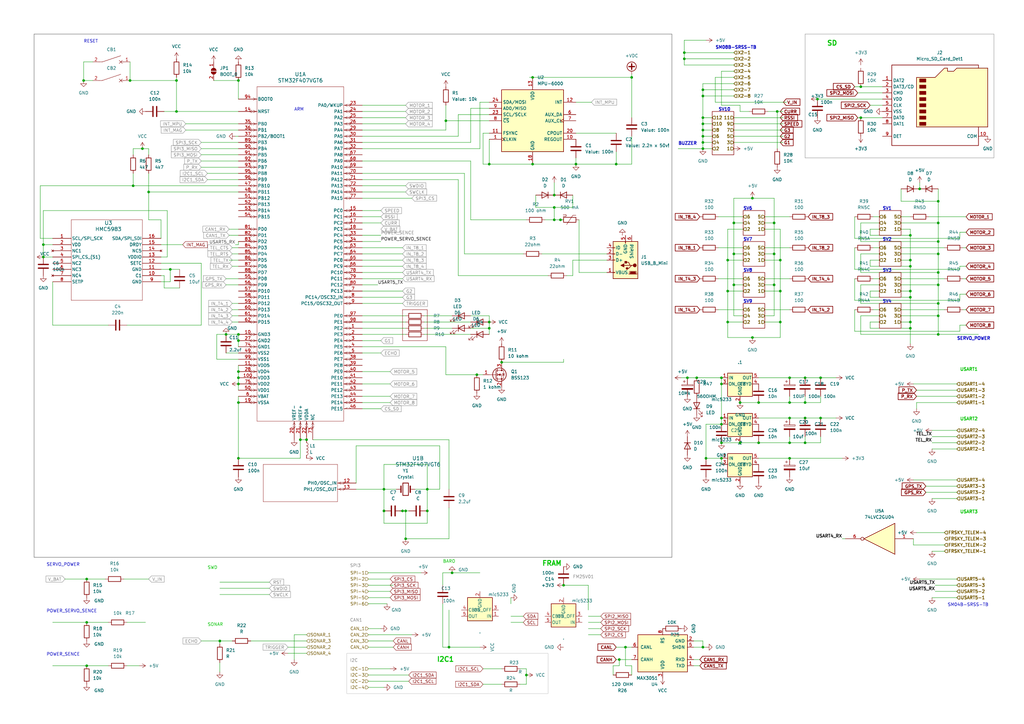
<source format=kicad_sch>
(kicad_sch (version 20230121) (generator eeschema)
  (paper "A3")
  (title_block (title "ASSIGNMENT_BOTLAB_DYNAMICS") (date "2023-06-12"))
  (lib_symbols
    (symbol "74xGxx:74LVC2GU04"
      (property "Reference" "U" (at -2.54 3.81 0))
      (property "Value" "74LVC2GU04" (at 0 -3.81 0))
      (symbol "74LVC2GU04_1_1"
        (pin input line (at -15.24 0 0) (length 7.62) (name "~") (number "1"))
        (pin output inverted (at 12.7 0 180) (length 7.62) (name "~") (number "6"))
      )
      (symbol "74LVC2GU04_2_1"
        (pin input line (at -15.24 0 0) (length 7.62) (name "~") (number "3"))
        (pin output inverted (at 12.7 0 180) (length 7.62) (name "~") (number "4"))
      )
      (symbol "74LVC2GU04_3_1"
        (pin power_in line (at 0 -10.16 90) (length 5.08) (name "GND") (number "2"))
        (pin power_in line (at 0 10.16 270) (length 5.08) (name "VCC") (number "5"))
      )
    )
    (symbol "Connector:Micro_SD_Card_Det1"
      (property "Reference" "J2" (at 0.635 21.59 0))
      (property "Value" "Micro_SD_Card_Det1" (at 0.635 19.05 0))
      (symbol "Micro_SD_Card_Det1_1_1"
        (pin bidirectional line (at -22.86 10.16 0) (length 3.81) (name "DAT2") (number "1"))
        (pin passive line (at 20.32 -12.7 180) (length 3.81) (name "COM") (number "10"))
        (pin bidirectional line (at -22.86 7.62 0) (length 3.81) (name "DAT3/CD") (number "2"))
        (pin input line (at -22.86 5.08 0) (length 3.81) (name "CMD") (number "3"))
        (pin power_in line (at -22.86 2.54 0) (length 3.81) (name "VDD") (number "4"))
        (pin input line (at -22.86 0 0) (length 3.81) (name "CLK") (number "5"))
        (pin power_in line (at -22.86 -2.54 0) (length 3.81) (name "VSS") (number "6"))
        (pin bidirectional line (at -22.86 -5.08 0) (length 3.81) (name "DAT0") (number "7"))
        (pin bidirectional line (at -22.86 -7.62 0) (length 3.81) (name "DAT1") (number "8"))
        (pin passive line (at -22.86 -12.7 0) (length 3.81) (name "DET") (number "9"))
      )
    )
    (symbol "Connector:USB_B_Mini" (pin_names (offset 1.016))
      (property "Reference" "J" (at -5.08 11.43 0))
      (property "Value" "USB_B_Mini" (at -5.08 8.89 0))
      (symbol "USB_B_Mini_1_1"
        (pin power_out line (at 7.62 5.08 180) (length 2.54) (name "VBUS") (number "1"))
        (pin bidirectional line (at 7.62 -2.54 180) (length 2.54) (name "D-") (number "2"))
        (pin bidirectional line (at 7.62 0 180) (length 2.54) (name "D+") (number "3"))
        (pin passive line (at 7.62 -5.08 180) (length 2.54) (name "ID") (number "4"))
        (pin power_out line (at 0 -10.16 90) (length 2.54) (name "GND") (number "5"))
        (pin passive line (at -2.54 -10.16 90) (length 2.54) (name "Shield") (number "6"))
      )
    )
    (symbol "Device:C" (pin_numbers hide) (pin_names (offset 0.254))
      (property "Reference" "C" (at 0.635 2.54 0))
      (property "Value" "C" (at 0.635 -2.54 0))
      (symbol "C_1_1"
        (pin passive line (at 0 3.81 270) (length 2.794) (name "~") (number "1"))
        (pin passive line (at 0 -3.81 90) (length 2.794) (name "~") (number "2"))
      )
    )
    (symbol "Device:C_Polarized" (pin_numbers hide) (pin_names (offset 0.254))
      (property "Reference" "C" (at 0.635 2.54 0))
      (property "Value" "C_Polarized" (at 0.635 -2.54 0))
      (symbol "C_Polarized_1_1"
        (pin passive line (at 0 3.81 270) (length 2.794) (name "~") (number "1"))
        (pin passive line (at 0 -3.81 90) (length 2.794) (name "~") (number "2"))
      )
    )
    (symbol "Device:CircuitBreaker_1P"
      (property "Reference" "CB" (at 1.905 0 0))
      (property "Value" "CircuitBreaker_1P" (at 1.905 1.905 0))
      (symbol "CircuitBreaker_1P_1_1"
        (pin passive line (at 0 7.62 270) (length 2.54) (name "~") (number "1"))
        (pin passive line (at 0 -7.62 90) (length 2.54) (name "~") (number "2"))
      )
    )
    (symbol "Device:Crystal" (pin_numbers hide) (pin_names (offset 1.016) hide)
      (property "Reference" "Y" (at 0 3.81 0))
      (property "Value" "Crystal" (at 0 -3.81 0))
      (symbol "Crystal_1_1"
        (pin passive line (at -3.81 0 0) (length 1.27) (name "1") (number "1"))
        (pin passive line (at 3.81 0 180) (length 1.27) (name "2") (number "2"))
      )
    )
    (symbol "Device:D" (pin_numbers hide) (pin_names (offset 1.016) hide)
      (property "Reference" "D" (at 0 2.54 0))
      (property "Value" "D" (at 0 -2.54 0))
      (symbol "D_1_1"
        (pin passive line (at -3.81 0 0) (length 2.54) (name "K") (number "1"))
        (pin passive line (at 3.81 0 180) (length 2.54) (name "A") (number "2"))
      )
    )
    (symbol "Device:L" (pin_numbers hide) (pin_names (offset 1.016) hide)
      (property "Reference" "L" (at -1.27 0 90))
      (property "Value" "L" (at 1.905 0 90))
      (symbol "L_1_1"
        (pin passive line (at 0 3.81 270) (length 1.27) (name "1") (number "1"))
        (pin passive line (at 0 -3.81 90) (length 1.27) (name "2") (number "2"))
      )
    )
    (symbol "Device:LED" (pin_numbers hide) (pin_names (offset 1.016) hide)
      (property "Reference" "D" (at 0 2.54 0))
      (property "Value" "LED" (at 0 -2.54 0))
      (symbol "LED_1_1"
        (pin passive line (at -3.81 0 0) (length 2.54) (name "K") (number "1"))
        (pin passive line (at 3.81 0 180) (length 2.54) (name "A") (number "2"))
      )
    )
    (symbol "Device:R" (pin_numbers hide) (pin_names (offset 0))
      (property "Reference" "R" (at 2.032 0 90))
      (property "Value" "R" (at 0 0 90))
      (symbol "R_1_1"
        (pin passive line (at 0 3.81 270) (length 1.27) (name "~") (number "1"))
        (pin passive line (at 0 -3.81 90) (length 1.27) (name "~") (number "2"))
      )
    )
    (symbol "Device:Varistor" (pin_numbers hide) (pin_names (offset 0))
      (property "Reference" "RV" (at 3.175 0 90))
      (property "Value" "Varistor" (at -3.175 0 90))
      (symbol "Varistor_0_0"
        (text "U" (at -1.778 -2.032 0) (effects (font (size 1.27 1.27))))
      )
      (symbol "Varistor_1_1"
        (pin passive line (at 0 3.81 270) (length 1.27) (name "~") (number "1"))
        (pin passive line (at 0 -3.81 90) (length 1.27) (name "~") (number "2"))
      )
    )
    (symbol "HMC5983:HMC5983-T" (pin_names (offset 0.254))
      (property "Reference" "U3" (at 22.86 6.35 0))
      (property "Value" "HMC5983" (at 22.86 3.81 0))
      (symbol "HMC5983-T_0_1"
        (pin unspecified line (at 0 0 0) (length 7.62) (name "SCL/SPI_SCK") (number "1"))
        (pin unspecified line (at 44.45 -15.24 180) (length 7.62) (name "C1") (number "10"))
        (pin power_out line (at 44.45 -12.7 180) (length 7.62) (name "GND") (number "11"))
        (pin unspecified line (at 44.45 -10.16 180) (length 7.62) (name "SETC") (number "12"))
        (pin power_in line (at 44.45 -7.62 180) (length 7.62) (name "VDDIO") (number "13"))
        (pin unspecified line (at 44.45 -2.54 180) (length 7.62) (name "DRDY") (number "15"))
        (pin unspecified line (at 44.45 0 180) (length 7.62) (name "SDA/SPI_SDI") (number "16"))
        (pin power_in line (at 0 -2.54 0) (length 7.62) (name "VDD") (number "2"))
        (pin unspecified line (at 0 -7.62 0) (length 7.62) (name "SPI_CS_(S1)") (number "4"))
        (pin unspecified line (at 0 -17.78 0) (length 7.62) (name "SETP") (number "8"))
      )
      (symbol "HMC5983-T_1_1"
        (pin no_connect line (at 44.45 -5.08 180) (length 7.62) (name "NC5") (number "14"))
        (pin no_connect line (at 0 -5.08 0) (length 7.62) (name "NC1") (number "3"))
        (pin unspecified line (at 0 -10.16 0) (length 7.62) (name "NC2") (number "5"))
        (pin unspecified line (at 0 -12.7 0) (length 7.62) (name "NC3") (number "6"))
        (pin no_connect line (at 0 -15.24 0) (length 7.62) (name "NC4") (number "7"))
        (pin unspecified line (at 44.45 -17.78 180) (length 7.62) (name "GND") (number "9"))
      )
    )
    (symbol "Interface_UART:MAX3051" (pin_names (offset 1.016))
      (property "Reference" "U4" (at 1.9559 12.7 0))
      (property "Value" "MAX3051" (at 1.9559 10.16 0))
      (symbol "MAX3051_1_1"
        (pin input line (at -12.7 5.08 0) (length 2.54) (name "TXD") (number "1"))
        (pin input line (at -12.7 -5.08 0) (length 2.54) (name "GND") (number "2"))
        (pin power_in line (at 0 10.16 270) (length 2.54) (name "VDD") (number "3"))
        (pin output line (at -12.7 2.54 0) (length 2.54) (name "RXD") (number "4"))
        (pin input line (at -12.7 -2.54 0) (length 2.54) (name "SHDN") (number "5"))
        (pin bidirectional line (at 12.7 -2.54 180) (length 2.54) (name "CANL") (number "6"))
        (pin bidirectional line (at 12.7 2.54 180) (length 2.54) (name "CANH") (number "7"))
        (pin power_in line (at 0 -10.16 90) (length 2.54) (name "RS") (number "8"))
      )
    )
    (symbol "Jumper:SolderJumper_2_Open" (pin_names (offset 0) hide)
      (property "Reference" "JP" (at 0 2.032 0))
      (property "Value" "SolderJumper_2_Open" (at 0 -2.54 0))
      (symbol "SolderJumper_2_Open_1_1"
        (pin passive line (at -3.81 0 0) (length 2.54) (name "A") (number "1"))
        (pin passive line (at 3.81 0 180) (length 2.54) (name "B") (number "2"))
      )
    )
    (symbol "MIC5205-2.5YM5_1" (pin_names (offset 0.254))
      (property "Reference" "." (at 0 8.89 0))
      (property "Value" "mic5233" (at -7.62 -6.35 0))
      (symbol "MIC5205-2.5YM5_1_1_1"
        (pin power_in line (at -7.62 2.54 0) (length 2.54) (name "IN") (number "1"))
        (pin power_in line (at 0 -7.62 90) (length 2.54) (name "GND") (number "2"))
        (pin input line (at -7.62 0 0) (length 2.54) (name "ON_OFF") (number "3"))
        (pin input line (at 7.62 0 180) (length 2.54) (name "CBYD") (number "4"))
        (pin power_out line (at 7.62 2.54 180) (length 2.54) (name "OUT") (number "5"))
      )
    )
    (symbol "Memory_Flash:MX25R3235FM2xx0" (pin_names (offset 0.254))
      (property "Reference" "." (at 0 8.89 0))
      (property "Value" "mic5233" (at -7.62 -6.35 0))
      (symbol "MX25R3235FM2xx0_1_1"
        (pin power_in line (at -7.62 2.54 0) (length 2.54) (name "IN") (number "1"))
        (pin power_in line (at 0 -7.62 90) (length 2.54) (name "GND") (number "2"))
        (pin input line (at -7.62 0 0) (length 2.54) (name "ON_OFF") (number "3"))
        (pin input line (at 7.62 0 180) (length 2.54) (name "CBYD") (number "4"))
        (pin power_out line (at 7.62 2.54 180) (length 2.54) (name "OUT") (number "5"))
      )
    )
    (symbol "STM32F407VGT6_1" (pin_names (offset 0.254))
      (property "Reference" "U1" (at 25.4 10.16 0))
      (property "Value" "STM32F407VGT6" (at 25.4 7.62 0))
      (symbol "STM32F407VGT6_1_1_1"
        (pin bidirectional line (at 50.8 -93.98 180) (length 7.62) (name "PE2") (number "1"))
        (pin bidirectional line (at 0 -96.52 0) (length 7.62) (name "GND3") (number "10"))
        (pin bidirectional line (at 0 -114.3 0) (length 7.62) (name "VDD3") (number "100"))
        (pin bidirectional line (at 0 -109.22 0) (length 7.62) (name "VDD5") (number "11"))
        (pin bidirectional line (at 0 -5.08 0) (length 7.62) (name "NRST") (number "14"))
        (pin bidirectional line (at 50.8 -45.72 180) (length 7.62) (name "PC0") (number "15"))
        (pin bidirectional line (at 50.8 -48.26 180) (length 7.62) (name "PC1") (number "16"))
        (pin bidirectional line (at 50.8 -50.8 180) (length 7.62) (name "PC2") (number "17"))
        (pin bidirectional line (at 50.8 -53.34 180) (length 7.62) (name "PC3") (number "18"))
        (pin bidirectional line (at 0 -124.46 0) (length 7.62) (name "VSSA") (number "19"))
        (pin bidirectional line (at 50.8 -96.52 180) (length 7.62) (name "PE3") (number "2"))
        (pin bidirectional line (at 22.86 -139.7 90) (length 7.62) (name "VREF-") (number "20"))
        (pin bidirectional line (at 25.4 -139.7 90) (length 7.62) (name "VREF+") (number "21"))
        (pin bidirectional line (at 27.94 -139.7 90) (length 7.62) (name "VDDA") (number "22"))
        (pin bidirectional line (at 50.8 -2.54 180) (length 7.62) (name "PA0/WKUP") (number "23"))
        (pin bidirectional line (at 50.8 -5.08 180) (length 7.62) (name "PA1") (number "24"))
        (pin bidirectional line (at 50.8 -7.62 180) (length 7.62) (name "PA2") (number "25"))
        (pin bidirectional line (at 50.8 -10.16 180) (length 7.62) (name "PA3") (number "26"))
        (pin bidirectional line (at 0 -99.06 0) (length 7.62) (name "GND2") (number "27"))
        (pin bidirectional line (at 0 -111.76 0) (length 7.62) (name "VDD4") (number "28"))
        (pin bidirectional line (at 50.8 -12.7 180) (length 7.62) (name "PA4") (number "29"))
        (pin bidirectional line (at 50.8 -99.06 180) (length 7.62) (name "PE4") (number "3"))
        (pin bidirectional line (at 50.8 -15.24 180) (length 7.62) (name "PA5") (number "30"))
        (pin bidirectional line (at 50.8 -17.78 180) (length 7.62) (name "PA6") (number "31"))
        (pin bidirectional line (at 50.8 -20.32 180) (length 7.62) (name "PA7") (number "32"))
        (pin bidirectional line (at 50.8 -55.88 180) (length 7.62) (name "PC4") (number "33"))
        (pin bidirectional line (at 50.8 -58.42 180) (length 7.62) (name "PC5") (number "34"))
        (pin bidirectional line (at 0 -10.16 0) (length 7.62) (name "PB0") (number "35"))
        (pin bidirectional line (at 0 -12.7 0) (length 7.62) (name "PB1") (number "36"))
        (pin bidirectional line (at 0 -15.24 0) (length 7.62) (name "PB2/BOOT1") (number "37"))
        (pin bidirectional line (at 50.8 -106.68 180) (length 7.62) (name "PE7") (number "38"))
        (pin bidirectional line (at 50.8 -109.22 180) (length 7.62) (name "PE8") (number "39"))
        (pin bidirectional line (at 50.8 -101.6 180) (length 7.62) (name "PE5") (number "4"))
        (pin bidirectional line (at 50.8 -111.76 180) (length 7.62) (name "PE9") (number "40"))
        (pin bidirectional line (at 50.8 -114.3 180) (length 7.62) (name "PE10") (number "41"))
        (pin bidirectional line (at 50.8 -116.84 180) (length 7.62) (name "PE11") (number "42"))
        (pin bidirectional line (at 50.8 -119.38 180) (length 7.62) (name "PE12") (number "43"))
        (pin bidirectional line (at 50.8 -121.92 180) (length 7.62) (name "PE13") (number "44"))
        (pin bidirectional line (at 50.8 -124.46 180) (length 7.62) (name "PE14") (number "45"))
        (pin bidirectional line (at 50.8 -127 180) (length 7.62) (name "PE15") (number "46"))
        (pin bidirectional line (at 0 -35.56 0) (length 7.62) (name "PB10") (number "47"))
        (pin bidirectional line (at 0 -38.1 0) (length 7.62) (name "PB11") (number "48"))
        (pin bidirectional line (at 0 -104.14 0) (length 7.62) (name "VSS2") (number "49"))
        (pin bidirectional line (at 50.8 -104.14 180) (length 7.62) (name "PE6") (number "5"))
        (pin bidirectional line (at 0 -119.38 0) (length 7.62) (name "VDD1") (number "50"))
        (pin bidirectional line (at 0 -40.64 0) (length 7.62) (name "PB12") (number "51"))
        (pin bidirectional line (at 0 -43.18 0) (length 7.62) (name "PB13") (number "52"))
        (pin bidirectional line (at 0 -45.72 0) (length 7.62) (name "PB14") (number "53"))
        (pin bidirectional line (at 0 -48.26 0) (length 7.62) (name "PB15") (number "54"))
        (pin bidirectional line (at 0 -73.66 0) (length 7.62) (name "PD8") (number "55"))
        (pin bidirectional line (at 0 -76.2 0) (length 7.62) (name "PD9") (number "56"))
        (pin bidirectional line (at 0 -78.74 0) (length 7.62) (name "PD10") (number "57"))
        (pin bidirectional line (at 0 -81.28 0) (length 7.62) (name "PD11") (number "58"))
        (pin bidirectional line (at 0 -83.82 0) (length 7.62) (name "PD12") (number "59"))
        (pin bidirectional line (at 0 -121.92 0) (length 7.62) (name "VBAT") (number "6"))
        (pin bidirectional line (at 0 -86.36 0) (length 7.62) (name "PD13") (number "60"))
        (pin bidirectional line (at 0 -88.9 0) (length 7.62) (name "PD14") (number "61"))
        (pin bidirectional line (at 0 -91.44 0) (length 7.62) (name "PD15") (number "62"))
        (pin bidirectional line (at 50.8 -60.96 180) (length 7.62) (name "PC6") (number "63"))
        (pin bidirectional line (at 50.8 -63.5 180) (length 7.62) (name "PC7") (number "64"))
        (pin bidirectional line (at 50.8 -66.04 180) (length 7.62) (name "PC8") (number "65"))
        (pin bidirectional line (at 50.8 -68.58 180) (length 7.62) (name "PC9") (number "66"))
        (pin bidirectional line (at 50.8 -22.86 180) (length 7.62) (name "PA8") (number "67"))
        (pin bidirectional line (at 50.8 -25.4 180) (length 7.62) (name "PA9") (number "68"))
        (pin bidirectional line (at 50.8 -27.94 180) (length 7.62) (name "PA10") (number "69"))
        (pin bidirectional line (at 50.8 -78.74 180) (length 7.62) (name "PC13") (number "7"))
        (pin bidirectional line (at 50.8 -30.48 180) (length 7.62) (name "PA11") (number "70"))
        (pin bidirectional line (at 50.8 -33.02 180) (length 7.62) (name "PA12") (number "71"))
        (pin bidirectional line (at 50.8 -35.56 180) (length 7.62) (name "PA13") (number "72"))
        (pin bidirectional line (at 30.48 -139.7 90) (length 7.62) (name "NC") (number "73"))
        (pin bidirectional line (at 0 -101.6 0) (length 7.62) (name "GND1") (number "74"))
        (pin bidirectional line (at 0 -116.84 0) (length 7.62) (name "VDD2") (number "75"))
        (pin bidirectional line (at 50.8 -38.1 180) (length 7.62) (name "PA14") (number "76"))
        (pin bidirectional line (at 50.8 -40.64 180) (length 7.62) (name "PA15") (number "77"))
        (pin bidirectional line (at 50.8 -71.12 180) (length 7.62) (name "PC10") (number "78"))
        (pin bidirectional line (at 50.8 -73.66 180) (length 7.62) (name "PC11") (number "79"))
        (pin bidirectional line (at 50.8 -81.28 180) (length 7.62) (name "PC14/OSC32_IN") (number "8"))
        (pin bidirectional line (at 50.8 -76.2 180) (length 7.62) (name "PC12") (number "80"))
        (pin bidirectional line (at 0 -53.34 0) (length 7.62) (name "PD0") (number "81"))
        (pin bidirectional line (at 0 -55.88 0) (length 7.62) (name "PD1") (number "82"))
        (pin bidirectional line (at 0 -58.42 0) (length 7.62) (name "PD2") (number "83"))
        (pin bidirectional line (at 0 -60.96 0) (length 7.62) (name "PD3") (number "84"))
        (pin bidirectional line (at 0 -63.5 0) (length 7.62) (name "PD4") (number "85"))
        (pin bidirectional line (at 0 -66.04 0) (length 7.62) (name "PD5") (number "86"))
        (pin bidirectional line (at 0 -68.58 0) (length 7.62) (name "PD6") (number "87"))
        (pin bidirectional line (at 0 -71.12 0) (length 7.62) (name "PD7") (number "88"))
        (pin bidirectional line (at 0 -17.78 0) (length 7.62) (name "PB3") (number "89"))
        (pin bidirectional line (at 50.8 -83.82 180) (length 7.62) (name "PC15/OSC32_OUT") (number "9"))
        (pin bidirectional line (at 0 -20.32 0) (length 7.62) (name "PB4") (number "90"))
        (pin bidirectional line (at 0 -22.86 0) (length 7.62) (name "PB5") (number "91"))
        (pin bidirectional line (at 0 -25.4 0) (length 7.62) (name "PB6") (number "92"))
        (pin bidirectional line (at 0 -27.94 0) (length 7.62) (name "PB7") (number "93"))
        (pin input line (at 0 0 0) (length 7.62) (name "BOOT0") (number "94"))
        (pin bidirectional line (at 0 -30.48 0) (length 7.62) (name "PB8") (number "95"))
        (pin bidirectional line (at 0 -33.02 0) (length 7.62) (name "PB9") (number "96"))
        (pin bidirectional line (at 50.8 -88.9 180) (length 7.62) (name "PE0") (number "97"))
        (pin bidirectional line (at 50.8 -91.44 180) (length 7.62) (name "PE1") (number "98"))
        (pin bidirectional line (at 0 -106.68 0) (length 7.62) (name "VSS1") (number "99"))
      )
      (symbol "STM32F407VGT6_1_2_1"
        (pin bidirectional line (at 0 0 180) (length 7.62) (name "PH0/OSC_IN") (number "12"))
        (pin bidirectional line (at 0 -2.54 180) (length 7.62) (name "PH1/OSC_OUT") (number "13"))
      )
      (symbol "STM32F407VGT6_1_3_1"
        (pin power_in line (at 0 -35.56 0) (length 7.62) (name "VSS") (number "10"))
        (pin power_in line (at 0 -22.86 0) (length 7.62) (name "VDD") (number "100"))
        (pin power_in line (at 0 -10.16 0) (length 7.62) (name "VDD") (number "11"))
        (pin power_in line (at 0 -12.7 0) (length 7.62) (name "VDD") (number "19"))
        (pin power_in line (at 0 -45.72 0) (length 7.62) (name "VSSA") (number "20"))
        (pin power_in line (at 0 -30.48 0) (length 7.62) (name "VREF+") (number "21"))
        (pin power_in line (at 0 -25.4 0) (length 7.62) (name "VDDA") (number "22"))
        (pin power_in line (at 0 -38.1 0) (length 7.62) (name "VSS") (number "27"))
        (pin power_in line (at 0 -15.24 0) (length 7.62) (name "VDD") (number "28"))
        (pin power_in line (at 0 -2.54 0) (length 7.62) (name "VCAP_1") (number "49"))
        (pin power_in line (at 0 -17.78 0) (length 7.62) (name "VDD") (number "50"))
        (pin power_in line (at 0 0 0) (length 7.62) (name "VBAT") (number "6"))
        (pin power_in line (at 0 -5.08 0) (length 7.62) (name "VCAP_2") (number "73"))
        (pin power_in line (at 0 -40.64 0) (length 7.62) (name "VSS") (number "74"))
        (pin power_in line (at 0 -20.32 0) (length 7.62) (name "VDD") (number "75"))
        (pin power_in line (at 0 -43.18 0) (length 7.62) (name "VSS") (number "99"))
      )
    )
    (symbol "STM32F407VGT6_functional:STM32F407VGT6" (pin_names (offset 0.254))
      (property "Reference" "U1" (at 25.4 10.16 0))
      (property "Value" "STM32F407VGT6" (at 25.4 7.62 0))
      (symbol "STM32F407VGT6_1_1"
        (pin bidirectional line (at 50.8 -93.98 180) (length 7.62) (name "PE2") (number "1"))
        (pin bidirectional line (at 0 -96.52 0) (length 7.62) (name "GND3") (number "10"))
        (pin bidirectional line (at 0 -114.3 0) (length 7.62) (name "VDD3") (number "100"))
        (pin bidirectional line (at 0 -109.22 0) (length 7.62) (name "VDD5") (number "11"))
        (pin bidirectional line (at 0 -5.08 0) (length 7.62) (name "NRST") (number "14"))
        (pin bidirectional line (at 50.8 -45.72 180) (length 7.62) (name "PC0") (number "15"))
        (pin bidirectional line (at 50.8 -48.26 180) (length 7.62) (name "PC1") (number "16"))
        (pin bidirectional line (at 50.8 -50.8 180) (length 7.62) (name "PC2") (number "17"))
        (pin bidirectional line (at 50.8 -53.34 180) (length 7.62) (name "PC3") (number "18"))
        (pin bidirectional line (at 0 -124.46 0) (length 7.62) (name "VSSA") (number "19"))
        (pin bidirectional line (at 50.8 -96.52 180) (length 7.62) (name "PE3") (number "2"))
        (pin bidirectional line (at 22.86 -139.7 90) (length 7.62) (name "VREF-") (number "20"))
        (pin bidirectional line (at 25.4 -139.7 90) (length 7.62) (name "VREF+") (number "21"))
        (pin bidirectional line (at 27.94 -139.7 90) (length 7.62) (name "VDDA") (number "22"))
        (pin bidirectional line (at 50.8 -2.54 180) (length 7.62) (name "PA0/WKUP") (number "23"))
        (pin bidirectional line (at 50.8 -5.08 180) (length 7.62) (name "PA1") (number "24"))
        (pin bidirectional line (at 50.8 -7.62 180) (length 7.62) (name "PA2") (number "25"))
        (pin bidirectional line (at 50.8 -10.16 180) (length 7.62) (name "PA3") (number "26"))
        (pin bidirectional line (at 0 -99.06 0) (length 7.62) (name "GND2") (number "27"))
        (pin bidirectional line (at 0 -111.76 0) (length 7.62) (name "VDD4") (number "28"))
        (pin bidirectional line (at 50.8 -12.7 180) (length 7.62) (name "PA4") (number "29"))
        (pin bidirectional line (at 50.8 -99.06 180) (length 7.62) (name "PE4") (number "3"))
        (pin bidirectional line (at 50.8 -15.24 180) (length 7.62) (name "PA5") (number "30"))
        (pin bidirectional line (at 50.8 -17.78 180) (length 7.62) (name "PA6") (number "31"))
        (pin bidirectional line (at 50.8 -20.32 180) (length 7.62) (name "PA7") (number "32"))
        (pin bidirectional line (at 50.8 -55.88 180) (length 7.62) (name "PC4") (number "33"))
        (pin bidirectional line (at 50.8 -58.42 180) (length 7.62) (name "PC5") (number "34"))
        (pin bidirectional line (at 0 -10.16 0) (length 7.62) (name "PB0") (number "35"))
        (pin bidirectional line (at 0 -12.7 0) (length 7.62) (name "PB1") (number "36"))
        (pin bidirectional line (at 0 -15.24 0) (length 7.62) (name "PB2/BOOT1") (number "37"))
        (pin bidirectional line (at 50.8 -106.68 180) (length 7.62) (name "PE7") (number "38"))
        (pin bidirectional line (at 50.8 -109.22 180) (length 7.62) (name "PE8") (number "39"))
        (pin bidirectional line (at 50.8 -101.6 180) (length 7.62) (name "PE5") (number "4"))
        (pin bidirectional line (at 50.8 -111.76 180) (length 7.62) (name "PE9") (number "40"))
        (pin bidirectional line (at 50.8 -114.3 180) (length 7.62) (name "PE10") (number "41"))
        (pin bidirectional line (at 50.8 -116.84 180) (length 7.62) (name "PE11") (number "42"))
        (pin bidirectional line (at 50.8 -119.38 180) (length 7.62) (name "PE12") (number "43"))
        (pin bidirectional line (at 50.8 -121.92 180) (length 7.62) (name "PE13") (number "44"))
        (pin bidirectional line (at 50.8 -124.46 180) (length 7.62) (name "PE14") (number "45"))
        (pin bidirectional line (at 50.8 -127 180) (length 7.62) (name "PE15") (number "46"))
        (pin bidirectional line (at 0 -35.56 0) (length 7.62) (name "PB10") (number "47"))
        (pin bidirectional line (at 0 -38.1 0) (length 7.62) (name "PB11") (number "48"))
        (pin bidirectional line (at 0 -104.14 0) (length 7.62) (name "VSS2") (number "49"))
        (pin bidirectional line (at 50.8 -104.14 180) (length 7.62) (name "PE6") (number "5"))
        (pin bidirectional line (at 0 -119.38 0) (length 7.62) (name "VDD1") (number "50"))
        (pin bidirectional line (at 0 -40.64 0) (length 7.62) (name "PB12") (number "51"))
        (pin bidirectional line (at 0 -43.18 0) (length 7.62) (name "PB13") (number "52"))
        (pin bidirectional line (at 0 -45.72 0) (length 7.62) (name "PB14") (number "53"))
        (pin bidirectional line (at 0 -48.26 0) (length 7.62) (name "PB15") (number "54"))
        (pin bidirectional line (at 0 -73.66 0) (length 7.62) (name "PD8") (number "55"))
        (pin bidirectional line (at 0 -76.2 0) (length 7.62) (name "PD9") (number "56"))
        (pin bidirectional line (at 0 -78.74 0) (length 7.62) (name "PD10") (number "57"))
        (pin bidirectional line (at 0 -81.28 0) (length 7.62) (name "PD11") (number "58"))
        (pin bidirectional line (at 0 -83.82 0) (length 7.62) (name "PD12") (number "59"))
        (pin bidirectional line (at 0 -121.92 0) (length 7.62) (name "VBAT") (number "6"))
        (pin bidirectional line (at 0 -86.36 0) (length 7.62) (name "PD13") (number "60"))
        (pin bidirectional line (at 0 -88.9 0) (length 7.62) (name "PD14") (number "61"))
        (pin bidirectional line (at 0 -91.44 0) (length 7.62) (name "PD15") (number "62"))
        (pin bidirectional line (at 50.8 -60.96 180) (length 7.62) (name "PC6") (number "63"))
        (pin bidirectional line (at 50.8 -63.5 180) (length 7.62) (name "PC7") (number "64"))
        (pin bidirectional line (at 50.8 -66.04 180) (length 7.62) (name "PC8") (number "65"))
        (pin bidirectional line (at 50.8 -68.58 180) (length 7.62) (name "PC9") (number "66"))
        (pin bidirectional line (at 50.8 -22.86 180) (length 7.62) (name "PA8") (number "67"))
        (pin bidirectional line (at 50.8 -25.4 180) (length 7.62) (name "PA9") (number "68"))
        (pin bidirectional line (at 50.8 -27.94 180) (length 7.62) (name "PA10") (number "69"))
        (pin bidirectional line (at 50.8 -78.74 180) (length 7.62) (name "PC13") (number "7"))
        (pin bidirectional line (at 50.8 -30.48 180) (length 7.62) (name "PA11") (number "70"))
        (pin bidirectional line (at 50.8 -33.02 180) (length 7.62) (name "PA12") (number "71"))
        (pin bidirectional line (at 50.8 -35.56 180) (length 7.62) (name "PA13") (number "72"))
        (pin bidirectional line (at 30.48 -139.7 90) (length 7.62) (name "NC") (number "73"))
        (pin bidirectional line (at 0 -101.6 0) (length 7.62) (name "GND1") (number "74"))
        (pin bidirectional line (at 0 -116.84 0) (length 7.62) (name "VDD2") (number "75"))
        (pin bidirectional line (at 50.8 -38.1 180) (length 7.62) (name "PA14") (number "76"))
        (pin bidirectional line (at 50.8 -40.64 180) (length 7.62) (name "PA15") (number "77"))
        (pin bidirectional line (at 50.8 -71.12 180) (length 7.62) (name "PC10") (number "78"))
        (pin bidirectional line (at 50.8 -73.66 180) (length 7.62) (name "PC11") (number "79"))
        (pin bidirectional line (at 50.8 -81.28 180) (length 7.62) (name "PC14/OSC32_IN") (number "8"))
        (pin bidirectional line (at 50.8 -76.2 180) (length 7.62) (name "PC12") (number "80"))
        (pin bidirectional line (at 0 -53.34 0) (length 7.62) (name "PD0") (number "81"))
        (pin bidirectional line (at 0 -55.88 0) (length 7.62) (name "PD1") (number "82"))
        (pin bidirectional line (at 0 -58.42 0) (length 7.62) (name "PD2") (number "83"))
        (pin bidirectional line (at 0 -60.96 0) (length 7.62) (name "PD3") (number "84"))
        (pin bidirectional line (at 0 -63.5 0) (length 7.62) (name "PD4") (number "85"))
        (pin bidirectional line (at 0 -66.04 0) (length 7.62) (name "PD5") (number "86"))
        (pin bidirectional line (at 0 -68.58 0) (length 7.62) (name "PD6") (number "87"))
        (pin bidirectional line (at 0 -71.12 0) (length 7.62) (name "PD7") (number "88"))
        (pin bidirectional line (at 0 -17.78 0) (length 7.62) (name "PB3") (number "89"))
        (pin bidirectional line (at 50.8 -83.82 180) (length 7.62) (name "PC15/OSC32_OUT") (number "9"))
        (pin bidirectional line (at 0 -20.32 0) (length 7.62) (name "PB4") (number "90"))
        (pin bidirectional line (at 0 -22.86 0) (length 7.62) (name "PB5") (number "91"))
        (pin bidirectional line (at 0 -25.4 0) (length 7.62) (name "PB6") (number "92"))
        (pin bidirectional line (at 0 -27.94 0) (length 7.62) (name "PB7") (number "93"))
        (pin input line (at 0 0 0) (length 7.62) (name "BOOT0") (number "94"))
        (pin bidirectional line (at 0 -30.48 0) (length 7.62) (name "PB8") (number "95"))
        (pin bidirectional line (at 0 -33.02 0) (length 7.62) (name "PB9") (number "96"))
        (pin bidirectional line (at 50.8 -88.9 180) (length 7.62) (name "PE0") (number "97"))
        (pin bidirectional line (at 50.8 -91.44 180) (length 7.62) (name "PE1") (number "98"))
        (pin bidirectional line (at 0 -106.68 0) (length 7.62) (name "VSS1") (number "99"))
      )
      (symbol "STM32F407VGT6_2_1"
        (pin bidirectional line (at 0 0 180) (length 7.62) (name "PH0/OSC_IN") (number "12"))
        (pin bidirectional line (at 0 -2.54 180) (length 7.62) (name "PH1/OSC_OUT") (number "13"))
      )
      (symbol "STM32F407VGT6_3_1"
        (pin power_in line (at 0 -35.56 0) (length 7.62) (name "VSS") (number "10"))
        (pin power_in line (at 0 -22.86 0) (length 7.62) (name "VDD") (number "100"))
        (pin power_in line (at 0 -10.16 0) (length 7.62) (name "VDD") (number "11"))
        (pin power_in line (at 0 -12.7 0) (length 7.62) (name "VDD") (number "19"))
        (pin power_in line (at 0 -45.72 0) (length 7.62) (name "VSSA") (number "20"))
        (pin power_in line (at 0 -30.48 0) (length 7.62) (name "VREF+") (number "21"))
        (pin power_in line (at 0 -25.4 0) (length 7.62) (name "VDDA") (number "22"))
        (pin power_in line (at 0 -38.1 0) (length 7.62) (name "VSS") (number "27"))
        (pin power_in line (at 0 -15.24 0) (length 7.62) (name "VDD") (number "28"))
        (pin power_in line (at 0 -2.54 0) (length 7.62) (name "VCAP_1") (number "49"))
        (pin power_in line (at 0 -17.78 0) (length 7.62) (name "VDD") (number "50"))
        (pin power_in line (at 0 0 0) (length 7.62) (name "VBAT") (number "6"))
        (pin power_in line (at 0 -5.08 0) (length 7.62) (name "VCAP_2") (number "73"))
        (pin power_in line (at 0 -40.64 0) (length 7.62) (name "VSS") (number "74"))
        (pin power_in line (at 0 -20.32 0) (length 7.62) (name "VDD") (number "75"))
        (pin power_in line (at 0 -43.18 0) (length 7.62) (name "VSS") (number "99"))
      )
    )
    (symbol "Sensor_Motion:MPU-6000"
      (property "Reference" "U" (at -11.43 13.97 0))
      (property "Value" "MPU-6000" (at 7.62 -13.97 0))
      (symbol "MPU-6000_1_1"
        (pin input clock (at -17.78 -7.62 0) (length 5.08) (name "CLKIN") (number "1"))
        (pin passive line (at 17.78 -7.62 180) (length 5.08) (name "REGOUT") (number "10"))
        (pin input line (at -17.78 -5.08 0) (length 5.08) (name "FSYNC") (number "11"))
        (pin output line (at 17.78 7.62 180) (length 5.08) (name "INT") (number "12"))
        (pin power_in line (at 0 17.78 270) (length 5.08) (name "VDD") (number "13"))
        (pin power_in line (at 0 -17.78 90) (length 5.08) (name "GND") (number "18"))
        (pin passive line (at 17.78 -5.08 180) (length 5.08) (name "CPOUT") (number "20"))
        (pin input line (at -17.78 2.54 0) (length 5.08) (name "SCL/SCLK") (number "23"))
        (pin bidirectional line (at -17.78 7.62 0) (length 5.08) (name "SDA/MOSI") (number "24"))
        (pin bidirectional line (at 17.78 2.54 180) (length 5.08) (name "AUX_DA") (number "6"))
        (pin output clock (at 17.78 0 180) (length 5.08) (name "AUX_CL") (number "7"))
        (pin input line (at -17.78 0 0) (length 5.08) (name "~{CS}") (number "8"))
        (pin bidirectional line (at -17.78 5.08 0) (length 5.08) (name "AD0/MISO") (number "9"))
      )
    )
    (symbol "Sensor_Pressure:MPL115A1" (pin_names (offset 0.254))
      (property "Reference" "." (at 0 8.89 0))
      (property "Value" "mic5233" (at -7.62 -6.35 0))
      (symbol "MPL115A1_1_1"
        (pin power_in line (at -7.62 2.54 0) (length 2.54) (name "IN") (number "1"))
        (pin power_in line (at 0 -7.62 90) (length 2.54) (name "GND") (number "2"))
        (pin input line (at -7.62 0 0) (length 2.54) (name "ON_OFF") (number "3"))
        (pin input line (at 7.62 0 180) (length 2.54) (name "CBYD") (number "4"))
        (pin power_out line (at 7.62 2.54 180) (length 2.54) (name "OUT") (number "5"))
      )
    )
    (symbol "Transistor_FET:BSS123" (pin_names hide)
      (property "Reference" "Q" (at 5.08 1.905 0))
      (property "Value" "BSS123" (at 5.08 0 0))
      (symbol "BSS123_1_1"
        (pin input line (at -5.08 0 0) (length 2.54) (name "G") (number "1"))
        (pin passive line (at 2.54 -5.08 90) (length 2.54) (name "S") (number "2"))
        (pin passive line (at 2.54 5.08 270) (length 2.54) (name "D") (number "3"))
      )
    )
    (symbol "power:+3V3" (power) (pin_names (offset 0))
      (property "Value" "+3V3" (at 0 3.556 0))
      (symbol "+3V3_1_1"
        (pin power_in line (at 0 0 90) (length 0) hide (name "+3V3") (number "1"))
      )
    )
    (symbol "power:+5V" (power) (pin_names (offset 0))
      (property "Value" "+5V" (at 0 3.556 0))
      (symbol "+5V_1_1"
        (pin power_in line (at 0 0 90) (length 0) hide (name "+5V") (number "1"))
      )
    )
    (symbol "power:+VDC" (power) (pin_names (offset 0))
      (property "Value" "+VDC" (at 0 6.35 0))
      (symbol "+VDC_1_1"
        (pin power_in line (at 0 0 90) (length 0) hide (name "+VDC") (number "1"))
      )
    )
    (symbol "power:GND" (power) (pin_names (offset 0))
      (property "Value" "GND" (at 0 -3.81 0))
      (symbol "GND_1_1"
        (pin power_in line (at 0 0 270) (length 0) hide (name "GND") (number "1"))
      )
    )
    (symbol "power:VCC" (power) (pin_names (offset 0))
      (property "Value" "VCC" (at 0 3.81 0))
      (symbol "VCC_1_1"
        (pin power_in line (at 0 0 90) (length 0) hide (name "VCC") (number "1"))
      )
    )
  )
  (junction (at 288.29 39.37))
  (junction (at 285.75 154.94))
  (junction (at 97.79 157.48))
  (junction (at 97.79 139.7))
  (junction (at 254 270.51))
  (junction (at 373.38 106.68))
  (junction (at 72.39 45.72))
  (junction (at 58.42 60.96))
  (junction (at 229.87 90.17))
  (junction (at 288.29 48.26))
  (junction (at 227.33 85.09))
  (junction (at 330.2 171.45))
  (junction (at 34.29 33.02))
  (junction (at 300.99 116.84))
  (junction (at 92.71 137.16))
  (junction (at 157.48 200.66))
  (junction (at 17.78 105.41))
  (junction (at 280.67 21.59))
  (junction (at 288.29 53.34))
  (junction (at 288.29 265.43))
  (junction (at 320.04 106.68))
  (junction (at 227.33 90.17))
  (junction (at 295.91 187.96))
  (junction (at 252.73 67.31))
  (junction (at 373.38 119.38))
  (junction (at 373.38 132.08))
  (junction (at 384.81 82.55))
  (junction (at 281.94 154.94))
  (junction (at 218.44 67.31))
  (junction (at 311.15 181.61))
  (junction (at 300.99 104.14))
  (junction (at 97.79 154.94))
  (junction (at 384.81 116.84))
  (junction (at 298.45 132.08))
  (junction (at 125.73 180.34))
  (junction (at 384.81 91.44))
  (junction (at 303.53 181.61))
  (junction (at 35.56 255.27))
  (junction (at 353.06 48.26))
  (junction (at 330.2 154.94))
  (junction (at 288.29 58.42))
  (junction (at 53.34 33.02))
  (junction (at 320.04 132.08))
  (junction (at 303.53 165.1))
  (junction (at 384.81 137.16))
  (junction (at 90.17 262.89))
  (junction (at 17.78 100.33))
  (junction (at 97.79 152.4))
  (junction (at 227.33 80.01))
  (junction (at 280.67 24.13))
  (junction (at 336.55 154.94))
  (junction (at 123.19 180.34))
  (junction (at 335.28 40.64))
  (junction (at 384.81 111.76))
  (junction (at 200.66 134.62))
  (junction (at 330.2 165.1))
  (junction (at 295.91 157.48))
  (junction (at 205.74 148.59))
  (junction (at 97.79 33.02))
  (junction (at 330.2 181.61))
  (junction (at 308.61 81.28))
  (junction (at 236.22 67.31))
  (junction (at 373.38 121.92))
  (junction (at 175.26 200.66))
  (junction (at 295.91 154.94))
  (junction (at 373.38 109.22))
  (junction (at 295.91 171.45))
  (junction (at 231.14 240.03))
  (junction (at 300.99 91.44))
  (junction (at 185.42 234.95))
  (junction (at 317.5 116.84))
  (junction (at 288.29 60.96))
  (junction (at 311.15 165.1))
  (junction (at 259.08 31.75))
  (junction (at 97.79 187.96))
  (junction (at 377.19 77.47))
  (junction (at 298.45 106.68))
  (junction (at 200.66 132.08))
  (junction (at 323.85 171.45))
  (junction (at 373.38 96.52))
  (junction (at 384.81 104.14))
  (junction (at 336.55 171.45))
  (junction (at 218.44 31.75))
  (junction (at 165.1 209.55))
  (junction (at 323.85 187.96))
  (junction (at 60.96 78.74))
  (junction (at 97.79 165.1))
  (junction (at 175.26 209.55))
  (junction (at 166.37 220.98))
  (junction (at 308.61 138.43))
  (junction (at 288.29 36.83))
  (junction (at 373.38 134.62))
  (junction (at 215.9 276.86))
  (junction (at 295.91 181.61))
  (junction (at 200.66 67.31))
  (junction (at 97.79 137.16))
  (junction (at 317.5 91.44))
  (junction (at 182.88 49.53))
  (junction (at 157.48 209.55))
  (junction (at 184.15 265.43))
  (junction (at 323.85 181.61))
  (junction (at 166.37 209.55))
  (junction (at 384.81 99.06))
  (junction (at 317.5 104.14))
  (junction (at 318.77 45.72))
  (junction (at 72.39 33.02))
  (junction (at 323.85 165.1))
  (junction (at 323.85 154.94))
  (junction (at 288.29 50.8))
  (junction (at 54.61 76.2))
  (junction (at 298.45 119.38))
  (junction (at 384.81 124.46))
  (junction (at 288.29 55.88))
  (junction (at 195.58 153.67))
  (junction (at 289.56 187.96))
  (junction (at 320.04 119.38))
  (junction (at 35.56 273.05))
  (junction (at 256.54 265.43))
  (junction (at 295.91 173.99))
  (junction (at 69.85 110.49))
  (junction (at 35.56 237.49))
  (junction (at 384.81 129.54))
  (junction (at 353.06 35.56))
  (wire (pts (xy 300.99 104.14) (xy 300.99 91.44)))
  (wire (pts (xy 356.87 93.98) (xy 356.87 96.52)))
  (wire (pts (xy 180.34 200.66) (xy 175.26 200.66)))
  (wire (pts (xy 280.67 24.13) (xy 280.67 26.67)))
  (wire (pts (xy 358.14 88.9) (xy 360.68 88.9)))
  (wire (pts (xy 360.68 129.54) (xy 353.06 129.54)))
  (wire (pts (xy 381 88.9) (xy 396.24 88.9)))
  (wire (pts (xy 97.79 78.74) (xy 60.96 78.74)))
  (wire (pts (xy 300.99 58.42) (xy 321.31 58.42)))
  (wire (pts (xy 336.55 181.61) (xy 336.55 179.07)))
  (wire (pts (xy 52.07 255.27) (xy 59.69 255.27)))
  (wire (pts (xy 60.96 78.74) (xy 60.96 90.17)))
  (wire (pts (xy 148.59 165.1) (xy 160.02 165.1)))
  (wire (pts (xy 219.71 85.09) (xy 227.33 85.09)))
  (wire (pts (xy 383.54 240.03) (xy 392.43 240.03)))
  (wire (pts (xy 369.57 101.6) (xy 387.35 101.6)))
  (wire (pts (xy 151.13 247.65) (xy 158.75 247.65)))
  (wire (pts (xy 148.59 152.4) (xy 160.02 152.4)))
  (wire (pts (xy 184.15 200.66) (xy 184.15 180.34)))
  (wire (pts (xy 393.7 120.65) (xy 396.24 120.65)))
  (wire (pts (xy 181.61 247.65) (xy 181.61 265.43)))
  (wire (pts (xy 353.06 111.76) (xy 384.81 111.76)))
  (wire (pts (xy 246.38 257.81) (xy 241.3 257.81)))
  (wire (pts (xy 95.25 127) (xy 97.79 127)))
  (wire (pts (xy 353.06 48.26) (xy 361.95 48.26)))
  (wire (pts (xy 102.87 262.89) (xy 125.73 262.89)))
  (wire (pts (xy 97.79 33.02) (xy 97.79 40.64)))
  (wire (pts (xy 67.31 118.11) (xy 73.66 118.11)))
  (wire (pts (xy 92.71 137.16) (xy 88.9 137.16)))
  (wire (pts (xy 288.29 265.43) (xy 288.29 262.89)))
  (wire (pts (xy 148.59 137.16) (xy 166.37 137.16)))
  (wire (pts (xy 393.7 95.25) (xy 396.24 95.25)))
  (wire (pts (xy 69.85 115.57) (xy 69.85 110.49)))
  (wire (pts (xy 227.33 85.09) (xy 234.95 85.09)))
  (wire (pts (xy 157.48 214.63) (xy 175.26 214.63)))
  (wire (pts (xy 232.41 113.03) (xy 234.95 113.03)))
  (wire (pts (xy 76.2 50.8) (xy 97.79 50.8)))
  (wire (pts (xy 241.3 240.03) (xy 231.14 240.03)))
  (wire (pts (xy 298.45 132.08) (xy 304.8 132.08)))
  (wire (pts (xy 175.26 214.63) (xy 175.26 209.55)))
  (wire (pts (xy 97.79 165.1) (xy 97.79 187.96)))
  (wire (pts (xy 200.66 54.61) (xy 198.12 54.61)))
  (wire (pts (xy 17.78 100.33) (xy 17.78 86.36)))
  (wire (pts (xy 300.99 29.21) (xy 295.91 29.21)))
  (wire (pts (xy 308.61 81.28) (xy 317.5 81.28)))
  (wire (pts (xy 236.22 64.77) (xy 236.22 67.31)))
  (wire (pts (xy 82.55 60.96) (xy 97.79 60.96)))
  (wire (pts (xy 393.7 110.49) (xy 393.7 109.22)))
  (wire (pts (xy 118.11 267.97) (xy 125.73 267.97)))
  (wire (pts (xy 373.38 109.22) (xy 373.38 119.38)))
  (wire (pts (xy 148.59 73.66) (xy 187.96 73.66)))
  (wire (pts (xy 323.85 154.94) (xy 330.2 154.94)))
  (wire (pts (xy 148.59 91.44) (xy 156.21 91.44)))
  (wire (pts (xy 280.67 24.13) (xy 300.99 24.13)))
  (wire (pts (xy 379.73 199.39) (xy 392.43 199.39)))
  (wire (pts (xy 323.85 187.96) (xy 345.44 187.96)))
  (wire (pts (xy 166.37 209.55) (xy 167.64 209.55)))
  (wire (pts (xy 350.52 110.49) (xy 393.7 110.49)))
  (wire (pts (xy 66.04 113.03) (xy 67.31 113.03)))
  (wire (pts (xy 17.78 100.33) (xy 17.78 105.41)))
  (wire (pts (xy 300.99 116.84) (xy 300.99 104.14)))
  (wire (pts (xy 82.55 133.35) (xy 82.55 107.95)))
  (wire (pts (xy 280.67 26.67) (xy 300.99 26.67)))
  (wire (pts (xy 360.68 116.84) (xy 353.06 116.84)))
  (wire (pts (xy 311.15 165.1) (xy 323.85 165.1)))
  (wire (pts (xy 289.56 16.51) (xy 280.67 16.51)))
  (wire (pts (xy 190.5 71.12) (xy 190.5 104.14)))
  (wire (pts (xy 151.13 245.11) (xy 160.02 245.11)))
  (wire (pts (xy 374.65 220.98) (xy 374.65 223.52)))
  (wire (pts (xy 53.34 25.4) (xy 53.34 33.02)))
  (wire (pts (xy 151.13 262.89) (xy 161.29 262.89)))
  (wire (pts (xy 356.87 43.18) (xy 361.95 43.18)))
  (wire (pts (xy 384.81 137.16) (xy 401.32 137.16)))
  (wire (pts (xy 246.38 252.73) (xy 241.3 252.73)))
  (wire (pts (xy 148.59 139.7) (xy 156.21 139.7)))
  (wire (pts (xy 351.79 48.26) (xy 353.06 48.26)))
  (wire (pts (xy 350.52 101.6) (xy 350.52 110.49)))
  (wire (pts (xy 151.13 242.57) (xy 160.02 242.57)))
  (wire (pts (xy 34.29 25.4) (xy 34.29 33.02)))
  (wire (pts (xy 288.29 48.26) (xy 292.1 48.26)))
  (wire (pts (xy 373.38 119.38) (xy 373.38 121.92)))
  (wire (pts (xy 311.15 181.61) (xy 323.85 181.61)))
  (wire (pts (xy 148.59 96.52) (xy 156.21 96.52)))
  (wire (pts (xy 353.06 129.54) (xy 353.06 137.16)))
  (wire (pts (xy 375.92 165.1) (xy 392.43 165.1)))
  (wire (pts (xy 148.59 157.48) (xy 160.02 157.48)))
  (wire (pts (xy 360.68 119.38) (xy 356.87 119.38)))
  (wire (pts (xy 66.04 90.17) (xy 66.04 97.79)))
  (wire (pts (xy 52.07 133.35) (xy 82.55 133.35)))
  (wire (pts (xy 259.08 276.86) (xy 259.08 273.05)))
  (wire (pts (xy 148.59 129.54) (xy 166.37 129.54)))
  (wire (pts (xy 223.52 90.17) (xy 227.33 90.17)))
  (wire (pts (xy 118.11 265.43) (xy 125.73 265.43)))
  (wire (pts (xy 313.69 116.84) (xy 317.5 116.84)))
  (wire (pts (xy 256.54 265.43) (xy 252.73 265.43)))
  (wire (pts (xy 151.13 276.86) (xy 167.64 276.86)))
  (wire (pts (xy 317.5 116.84) (xy 317.5 129.54)))
  (wire (pts (xy 236.22 41.91) (xy 242.57 41.91)))
  (wire (pts (xy 298.45 119.38) (xy 298.45 106.68)))
  (wire (pts (xy 92.71 137.16) (xy 97.79 137.16)))
  (wire (pts (xy 383.54 242.57) (xy 392.43 242.57)))
  (wire (pts (xy 350.52 88.9) (xy 350.52 97.79)))
  (wire (pts (xy 287.02 270.51) (xy 284.48 270.51)))
  (wire (pts (xy 82.55 58.42) (xy 97.79 58.42)))
  (wire (pts (xy 300.99 34.29) (xy 288.29 34.29)))
  (wire (pts (xy 148.59 88.9) (xy 156.21 88.9)))
  (wire (pts (xy 314.96 45.72) (xy 318.77 45.72)))
  (wire (pts (xy 234.95 80.01) (xy 234.95 85.09)))
  (wire (pts (xy 95.25 104.14) (xy 97.79 104.14)))
  (wire (pts (xy 128.27 180.34) (xy 184.15 180.34)))
  (wire (pts (xy 358.14 114.3) (xy 360.68 114.3)))
  (wire (pts (xy 151.13 265.43) (xy 161.29 265.43)))
  (wire (pts (xy 16.51 97.79) (xy 21.59 97.79)))
  (wire (pts (xy 382.27 204.47) (xy 392.43 204.47)))
  (wire (pts (xy 54.61 76.2) (xy 16.51 76.2)))
  (wire (pts (xy 252.73 62.23) (xy 252.73 67.31)))
  (wire (pts (xy 181.61 265.43) (xy 184.15 265.43)))
  (wire (pts (xy 214.63 252.73) (xy 209.55 252.73)))
  (wire (pts (xy 148.59 43.18) (xy 166.37 43.18)))
  (wire (pts (xy 200.66 129.54) (xy 200.66 132.08)))
  (wire (pts (xy 330.2 181.61) (xy 336.55 181.61)))
  (wire (pts (xy 369.57 119.38) (xy 373.38 119.38)))
  (wire (pts (xy 377.19 237.49) (xy 392.43 237.49)))
  (wire (pts (xy 251.46 273.05) (xy 254 273.05)))
  (wire (pts (xy 219.71 80.01) (xy 219.71 85.09)))
  (wire (pts (xy 93.98 106.68) (xy 97.79 106.68)))
  (wire (pts (xy 193.04 134.62) (xy 200.66 134.62)))
  (wire (pts (xy 213.36 280.67) (xy 215.9 280.67)))
  (wire (pts (xy 279.4 154.94) (xy 281.94 154.94)))
  (wire (pts (xy 198.12 54.61) (xy 198.12 67.31)))
  (wire (pts (xy 66.04 110.49) (xy 69.85 110.49)))
  (wire (pts (xy 288.29 36.83) (xy 288.29 39.37)))
  (wire (pts (xy 209.55 245.11) (xy 209.55 247.65)))
  (wire (pts (xy 288.29 53.34) (xy 292.1 53.34)))
  (wire (pts (xy 384.81 129.54) (xy 384.81 137.16)))
  (wire (pts (xy 196.85 41.91) (xy 200.66 41.91)))
  (wire (pts (xy 300.99 31.75) (xy 293.37 31.75)))
  (wire (pts (xy 66.04 115.57) (xy 69.85 115.57)))
  (wire (pts (xy 323.85 179.07) (xy 323.85 181.61)))
  (wire (pts (xy 336.55 171.45) (xy 342.9 171.45)))
  (wire (pts (xy 295.91 181.61) (xy 303.53 181.61)))
  (wire (pts (xy 151.13 240.03) (xy 161.29 240.03)))
  (wire (pts (xy 313.69 114.3) (xy 323.85 114.3)))
  (wire (pts (xy 384.81 91.44) (xy 384.81 99.06)))
  (wire (pts (xy 66.04 100.33) (xy 74.93 100.33)))
  (wire (pts (xy 313.69 132.08) (xy 320.04 132.08)))
  (wire (pts (xy 227.33 74.93) (xy 227.33 80.01)))
  (wire (pts (xy 209.55 255.27) (xy 214.63 255.27)))
  (wire (pts (xy 373.38 96.52) (xy 373.38 106.68)))
  (wire (pts (xy 394.97 114.3) (xy 396.24 114.3)))
  (wire (pts (xy 166.37 220.98) (xy 184.15 220.98)))
  (wire (pts (xy 393.7 97.79) (xy 393.7 95.25)))
  (wire (pts (xy 313.69 93.98) (xy 320.04 93.98)))
  (wire (pts (xy 384.81 99.06) (xy 384.81 104.14)))
  (wire (pts (xy 148.59 78.74) (xy 166.37 78.74)))
  (wire (pts (xy 72.39 33.02) (xy 72.39 45.72)))
  (wire (pts (xy 213.36 274.32) (xy 215.9 274.32)))
  (wire (pts (xy 303.53 165.1) (xy 311.15 165.1)))
  (wire (pts (xy 252.73 67.31) (xy 259.08 67.31)))
  (wire (pts (xy 288.29 58.42) (xy 288.29 60.96)))
  (wire (pts (xy 384.81 111.76) (xy 384.81 116.84)))
  (wire (pts (xy 353.06 116.84) (xy 353.06 124.46)))
  (wire (pts (xy 280.67 21.59) (xy 300.99 21.59)))
  (wire (pts (xy 97.79 76.2) (xy 54.61 76.2)))
  (wire (pts (xy 288.29 60.96) (xy 292.1 60.96)))
  (wire (pts (xy 205.74 148.59) (xy 231.14 148.59)))
  (wire (pts (xy 151.13 257.81) (xy 156.21 257.81)))
  (wire (pts (xy 369.57 104.14) (xy 384.81 104.14)))
  (wire (pts (xy 93.98 93.98) (xy 97.79 93.98)))
  (wire (pts (xy 288.29 55.88) (xy 288.29 58.42)))
  (wire (pts (xy 320.04 138.43) (xy 308.61 138.43)))
  (wire (pts (xy 52.07 273.05) (xy 57.15 273.05)))
  (wire (pts (xy 120.65 260.35) (xy 120.65 270.51)))
  (wire (pts (xy 215.9 274.32) (xy 215.9 276.86)))
  (wire (pts (xy 293.37 31.75) (xy 293.37 41.91)))
  (wire (pts (xy 281.94 154.94) (xy 285.75 154.94)))
  (wire (pts (xy 374.65 157.48) (xy 392.43 157.48)))
  (wire (pts (xy 148.59 101.6) (xy 165.1 101.6)))
  (wire (pts (xy 360.68 132.08) (xy 356.87 132.08)))
  (wire (pts (xy 335.28 40.64) (xy 361.95 40.64)))
  (wire (pts (xy 237.49 90.17) (xy 237.49 111.76)))
  (wire (pts (xy 58.42 60.96) (xy 60.96 60.96)))
  (wire (pts (xy 82.55 107.95) (xy 66.04 107.95)))
  (wire (pts (xy 21.59 115.57) (xy 21.59 133.35)))
  (wire (pts (xy 320.04 93.98) (xy 320.04 106.68)))
  (wire (pts (xy 288.29 36.83) (xy 300.99 36.83)))
  (wire (pts (xy 182.88 153.67) (xy 195.58 153.67)))
  (wire (pts (xy 34.29 33.02) (xy 38.1 33.02)))
  (wire (pts (xy 336.55 154.94) (xy 342.9 154.94)))
  (wire (pts (xy 200.66 67.31) (xy 218.44 67.31)))
  (wire (pts (xy 60.96 71.12) (xy 60.96 78.74)))
  (wire (pts (xy 373.38 132.08) (xy 373.38 134.62)))
  (wire (pts (xy 157.48 209.55) (xy 157.48 214.63)))
  (wire (pts (xy 259.08 273.05) (xy 256.54 273.05)))
  (wire (pts (xy 229.87 90.17) (xy 231.14 90.17)))
  (wire (pts (xy 175.26 190.5) (xy 175.26 200.66)))
  (wire (pts (xy 231.14 148.59) (xy 231.14 147.32)))
  (wire (pts (xy 323.85 165.1) (xy 330.2 165.1)))
  (wire (pts (xy 300.99 129.54) (xy 304.8 129.54)))
  (wire (pts (xy 369.57 132.08) (xy 373.38 132.08)))
  (wire (pts (xy 284.48 265.43) (xy 288.29 265.43)))
  (wire (pts (xy 254 270.51) (xy 252.73 270.51)))
  (wire (pts (xy 375.92 167.64) (xy 375.92 165.1)))
  (wire (pts (xy 350.52 35.56) (xy 353.06 35.56)))
  (wire (pts (xy 350.52 114.3) (xy 350.52 123.19)))
  (wire (pts (xy 16.51 76.2) (xy 16.51 97.79)))
  (wire (pts (xy 330.2 171.45) (xy 336.55 171.45)))
  (wire (pts (xy 198.12 280.67) (xy 205.74 280.67)))
  (wire (pts (xy 356.87 132.08) (xy 356.87 134.62)))
  (wire (pts (xy 151.13 274.32) (xy 160.02 274.32)))
  (wire (pts (xy 148.59 66.04) (xy 193.04 66.04)))
  (wire (pts (xy 182.88 142.24) (xy 182.88 153.67)))
  (wire (pts (xy 90.17 238.76) (xy 110.49 238.76)))
  (wire (pts (xy 97.79 154.94) (xy 97.79 157.48)))
  (wire (pts (xy 157.48 200.66) (xy 162.56 200.66)))
  (wire (pts (xy 294.64 127) (xy 304.8 127)))
  (wire (pts (xy 200.66 57.15) (xy 200.66 67.31)))
  (wire (pts (xy 95.25 101.6) (xy 97.79 101.6)))
  (wire (pts (xy 345.44 220.98) (xy 346.71 220.98)))
  (wire (pts (xy 308.61 138.43) (xy 298.45 138.43)))
  (wire (pts (xy 295.91 154.94) (xy 295.91 157.48)))
  (wire (pts (xy 21.59 273.05) (xy 35.56 273.05)))
  (wire (pts (xy 288.29 34.29) (xy 288.29 36.83)))
  (wire (pts (xy 90.17 243.84) (xy 110.49 243.84)))
  (wire (pts (xy 313.69 119.38) (xy 320.04 119.38)))
  (wire (pts (xy 288.29 265.43) (xy 289.56 265.43)))
  (wire (pts (xy 369.57 106.68) (xy 373.38 106.68)))
  (wire (pts (xy 241.3 240.03) (xy 241.3 250.19)))
  (wire (pts (xy 151.13 260.35) (xy 168.91 260.35)))
  (wire (pts (xy 384.81 116.84) (xy 384.81 124.46)))
  (wire (pts (xy 148.59 76.2) (xy 166.37 76.2)))
  (wire (pts (xy 298.45 119.38) (xy 304.8 119.38)))
  (wire (pts (xy 259.08 270.51) (xy 254 270.51)))
  (wire (pts (xy 82.55 262.89) (xy 90.17 262.89)))
  (wire (pts (xy 369.57 116.84) (xy 384.81 116.84)))
  (wire (pts (xy 313.69 101.6) (xy 323.85 101.6)))
  (wire (pts (xy 384.81 91.44) (xy 369.57 91.44)))
  (wire (pts (xy 97.79 187.96) (xy 123.19 187.96)))
  (wire (pts (xy 217.17 31.75) (xy 218.44 31.75)))
  (wire (pts (xy 195.58 153.67) (xy 198.12 153.67)))
  (wire (pts (xy 148.59 132.08) (xy 166.37 132.08)))
  (wire (pts (xy 166.37 209.55) (xy 166.37 220.98)))
  (wire (pts (xy 90.17 271.78) (xy 90.17 275.59)))
  (wire (pts (xy 288.29 50.8) (xy 292.1 50.8)))
  (wire (pts (xy 96.52 55.88) (xy 97.79 55.88)))
  (wire (pts (xy 280.67 21.59) (xy 280.67 24.13)))
  (wire (pts (xy 53.34 33.02) (xy 72.39 33.02)))
  (wire (pts (xy 148.59 50.8) (xy 166.37 50.8)))
  (wire (pts (xy 375.92 162.56) (xy 392.43 162.56)))
  (wire (pts (xy 375.92 218.44) (xy 387.35 218.44)))
  (wire (pts (xy 278.13 60.96) (xy 288.29 60.96)))
  (wire (pts (xy 300.99 129.54) (xy 300.99 116.84)))
  (wire (pts (xy 92.71 144.78) (xy 97.79 144.78)))
  (wire (pts (xy 95.25 129.54) (xy 97.79 129.54)))
  (wire (pts (xy 393.7 123.19) (xy 393.7 120.65)))
  (wire (pts (xy 76.2 53.34) (xy 97.79 53.34)))
  (wire (pts (xy 148.59 60.96) (xy 196.85 60.96)))
  (wire (pts (xy 288.29 39.37) (xy 300.99 39.37)))
  (wire (pts (xy 384.81 124.46) (xy 384.81 129.54)))
  (wire (pts (xy 193.04 129.54) (xy 200.66 129.54)))
  (wire (pts (xy 246.38 260.35) (xy 241.3 260.35)))
  (wire (pts (xy 193.04 58.42) (xy 193.04 44.45)))
  (wire (pts (xy 295.91 173.99) (xy 289.56 173.99)))
  (wire (pts (xy 148.59 104.14) (xy 165.1 104.14)))
  (wire (pts (xy 234.95 113.03) (xy 234.95 106.68)))
  (wire (pts (xy 303.53 43.18) (xy 303.53 45.72)))
  (wire (pts (xy 320.04 106.68) (xy 320.04 119.38)))
  (wire (pts (xy 93.98 96.52) (xy 97.79 96.52)))
  (wire (pts (xy 330.2 154.94) (xy 336.55 154.94)))
  (wire (pts (xy 379.73 201.93) (xy 392.43 201.93)))
  (wire (pts (xy 313.69 104.14) (xy 317.5 104.14)))
  (wire (pts (xy 375.92 160.02) (xy 392.43 160.02)))
  (wire (pts (xy 259.08 55.88) (xy 259.08 67.31)))
  (wire (pts (xy 184.15 220.98) (xy 184.15 208.28)))
  (wire (pts (xy 374.65 196.85) (xy 392.43 196.85)))
  (wire (pts (xy 259.08 30.48) (xy 259.08 31.75)))
  (wire (pts (xy 350.52 97.79) (xy 393.7 97.79)))
  (wire (pts (xy 288.29 48.26) (xy 288.29 50.8)))
  (wire (pts (xy 323.85 181.61) (xy 330.2 181.61)))
  (wire (pts (xy 90.17 262.89) (xy 90.17 264.16)))
  (wire (pts (xy 198.12 274.32) (xy 205.74 274.32)))
  (wire (pts (xy 300.99 91.44) (xy 300.99 81.28)))
  (wire (pts (xy 303.53 45.72) (xy 307.34 45.72)))
  (wire (pts (xy 350.52 135.89) (xy 393.7 135.89)))
  (wire (pts (xy 330.2 162.56) (xy 330.2 165.1)))
  (wire (pts (xy 384.81 104.14) (xy 384.81 111.76)))
  (wire (pts (xy 360.68 106.68) (xy 356.87 106.68)))
  (wire (pts (xy 69.85 110.49) (xy 73.66 110.49)))
  (wire (pts (xy 87.63 33.02) (xy 97.79 33.02)))
  (wire (pts (xy 298.45 93.98) (xy 304.8 93.98)))
  (wire (pts (xy 196.85 234.95) (xy 185.42 234.95)))
  (wire (pts (xy 227.33 90.17) (xy 229.87 90.17)))
  (wire (pts (xy 148.59 58.42) (xy 193.04 58.42)))
  (wire (pts (xy 184.15 250.19) (xy 184.15 265.43)))
  (wire (pts (xy 123.19 180.34) (xy 125.73 180.34)))
  (wire (pts (xy 295.91 171.45) (xy 295.91 173.99)))
  (wire (pts (xy 254 273.05) (xy 254 270.51)))
  (wire (pts (xy 148.59 106.68) (xy 165.1 106.68)))
  (wire (pts (xy 234.95 106.68) (xy 248.92 106.68)))
  (wire (pts (xy 97.79 139.7) (xy 97.79 142.24)))
  (wire (pts (xy 200.66 134.62) (xy 200.66 137.16)))
  (wire (pts (xy 382.27 179.07) (xy 392.43 179.07)))
  (wire (pts (xy 72.39 31.75) (xy 72.39 33.02)))
  (wire (pts (xy 289.56 187.96) (xy 295.91 187.96)))
  (wire (pts (xy 351.79 38.1) (xy 361.95 38.1)))
  (wire (pts (xy 182.88 49.53) (xy 200.66 49.53)))
  (wire (pts (xy 374.65 223.52) (xy 387.35 223.52)))
  (wire (pts (xy 350.52 123.19) (xy 393.7 123.19)))
  (wire (pts (xy 320.04 119.38) (xy 320.04 132.08)))
  (wire (pts (xy 146.05 200.66) (xy 157.48 200.66)))
  (wire (pts (xy 60.96 60.96) (xy 60.96 63.5)))
  (wire (pts (xy 148.59 45.72) (xy 166.37 45.72)))
  (wire (pts (xy 181.61 234.95) (xy 181.61 240.03)))
  (wire (pts (xy 373.38 134.62) (xy 373.38 140.97)))
  (wire (pts (xy 148.59 71.12) (xy 190.5 71.12)))
  (wire (pts (xy 182.88 53.34) (xy 182.88 49.53)))
  (wire (pts (xy 330.2 165.1) (xy 336.55 165.1)))
  (wire (pts (xy 323.85 171.45) (xy 330.2 171.45)))
  (wire (pts (xy 148.59 109.22) (xy 165.1 109.22)))
  (wire (pts (xy 17.78 86.36) (xy 68.58 86.36)))
  (wire (pts (xy 187.96 73.66) (xy 187.96 113.03)))
  (wire (pts (xy 173.99 134.62) (xy 185.42 134.62)))
  (wire (pts (xy 317.5 81.28) (xy 317.5 91.44)))
  (wire (pts (xy 369.57 82.55) (xy 384.81 82.55)))
  (wire (pts (xy 382.27 245.11) (xy 392.43 245.11)))
  (wire (pts (xy 377.19 74.93) (xy 377.19 77.47)))
  (wire (pts (xy 393.7 135.89) (xy 393.7 133.35)))
  (wire (pts (xy 360.68 104.14) (xy 353.06 104.14)))
  (wire (pts (xy 289.56 173.99) (xy 289.56 187.96)))
  (wire (pts (xy 148.59 48.26) (xy 166.37 48.26)))
  (wire (pts (xy 82.55 63.5) (xy 97.79 63.5)))
  (wire (pts (xy 356.87 119.38) (xy 356.87 121.92)))
  (wire (pts (xy 294.64 101.6) (xy 304.8 101.6)))
  (wire (pts (xy 373.38 93.98) (xy 373.38 96.52)))
  (wire (pts (xy 288.29 55.88) (xy 292.1 55.88)))
  (wire (pts (xy 353.06 91.44) (xy 353.06 99.06)))
  (wire (pts (xy 236.22 67.31) (xy 252.73 67.31)))
  (wire (pts (xy 60.96 90.17) (xy 66.04 90.17)))
  (wire (pts (xy 356.87 96.52) (xy 373.38 96.52)))
  (wire (pts (xy 393.7 109.22) (xy 396.24 109.22)))
  (wire (pts (xy 356.87 106.68) (xy 356.87 109.22)))
  (wire (pts (xy 300.99 116.84) (xy 304.8 116.84)))
  (wire (pts (xy 280.67 16.51) (xy 280.67 21.59)))
  (wire (pts (xy 95.25 132.08) (xy 97.79 132.08)))
  (wire (pts (xy 384.81 82.55) (xy 384.81 91.44)))
  (wire (pts (xy 95.25 124.46) (xy 97.79 124.46)))
  (wire (pts (xy 350.52 127) (xy 350.52 135.89)))
  (wire (pts (xy 330.2 179.07) (xy 330.2 181.61)))
  (wire (pts (xy 288.29 262.89) (xy 284.48 262.89)))
  (wire (pts (xy 148.59 111.76) (xy 165.1 111.76)))
  (wire (pts (xy 21.59 105.41) (xy 17.78 105.41)))
  (wire (pts (xy 146.05 182.88) (xy 180.34 182.88)))
  (wire (pts (xy 353.06 104.14) (xy 353.06 111.76)))
  (wire (pts (xy 180.34 182.88) (xy 180.34 200.66)))
  (wire (pts (xy 382.27 184.15) (xy 392.43 184.15)))
  (wire (pts (xy 311.15 187.96) (xy 323.85 187.96)))
  (wire (pts (xy 251.46 276.86) (xy 251.46 273.05)))
  (wire (pts (xy 246.38 255.27) (xy 241.3 255.27)))
  (wire (pts (xy 148.59 162.56) (xy 160.02 162.56)))
  (wire (pts (xy 317.5 91.44) (xy 317.5 104.14)))
  (wire (pts (xy 148.59 124.46) (xy 165.1 124.46)))
  (wire (pts (xy 97.79 137.16) (xy 97.79 139.7)))
  (wire (pts (xy 35.56 255.27) (xy 44.45 255.27)))
  (wire (pts (xy 318.77 45.72) (xy 321.31 45.72)))
  (wire (pts (xy 236.22 54.61) (xy 252.73 54.61)))
  (wire (pts (xy 148.59 116.84) (xy 154.94 116.84)))
  (wire (pts (xy 353.06 124.46) (xy 384.81 124.46)))
  (wire (pts (xy 294.64 88.9) (xy 304.8 88.9)))
  (wire (pts (xy 218.44 67.31) (xy 236.22 67.31)))
  (wire (pts (xy 187.96 113.03) (xy 224.79 113.03)))
  (wire (pts (xy 200.66 132.08) (xy 200.66 134.62)))
  (wire (pts (xy 360.68 93.98) (xy 356.87 93.98)))
  (wire (pts (xy 288.29 39.37) (xy 288.29 48.26)))
  (wire (pts (xy 298.45 132.08) (xy 298.45 119.38)))
  (wire (pts (xy 227.33 85.09) (xy 227.33 90.17)))
  (wire (pts (xy 298.45 106.68) (xy 298.45 93.98)))
  (wire (pts (xy 21.59 255.27) (xy 35.56 255.27)))
  (wire (pts (xy 151.13 234.95) (xy 172.72 234.95)))
  (wire (pts (xy 323.85 162.56) (xy 323.85 165.1)))
  (wire (pts (xy 336.55 162.56) (xy 336.55 165.1)))
  (wire (pts (xy 356.87 109.22) (xy 373.38 109.22)))
  (wire (pts (xy 182.88 43.18) (xy 182.88 49.53)))
  (wire (pts (xy 358.14 101.6) (xy 360.68 101.6)))
  (wire (pts (xy 318.77 45.72) (xy 318.77 60.96)))
  (wire (pts (xy 173.99 137.16) (xy 193.04 137.16)))
  (wire (pts (xy 190.5 104.14) (xy 214.63 104.14)))
  (wire (pts (xy 97.79 100.33) (xy 97.79 99.06)))
  (wire (pts (xy 67.31 45.72) (xy 72.39 45.72)))
  (wire (pts (xy 256.54 273.05) (xy 256.54 265.43)))
  (wire (pts (xy 303.53 181.61) (xy 311.15 181.61)))
  (wire (pts (xy 148.59 86.36) (xy 156.21 86.36)))
  (wire (pts (xy 35.56 237.49) (xy 43.18 237.49)))
  (wire (pts (xy 294.64 114.3) (xy 304.8 114.3)))
  (wire (pts (xy 295.91 157.48) (xy 295.91 171.45)))
  (wire (pts (xy 97.79 162.56) (xy 97.79 165.1)))
  (wire (pts (xy 148.59 142.24) (xy 182.88 142.24)))
  (wire (pts (xy 163.83 209.55) (xy 165.1 209.55)))
  (wire (pts (xy 148.59 134.62) (xy 166.37 134.62)))
  (wire (pts (xy 148.59 114.3) (xy 165.1 114.3)))
  (wire (pts (xy 187.96 46.99) (xy 200.66 46.99)))
  (wire (pts (xy 38.1 25.4) (xy 34.29 25.4)))
  (wire (pts (xy 295.91 187.96) (xy 295.91 190.5)))
  (wire (pts (xy 353.06 35.56) (xy 361.95 35.56)))
  (wire (pts (xy 198.12 67.31) (xy 200.66 67.31)))
  (wire (pts (xy 148.59 121.92) (xy 165.1 121.92)))
  (wire (pts (xy 185.42 234.95) (xy 181.61 234.95)))
  (wire (pts (xy 384.81 82.55) (xy 384.81 77.47)))
  (wire (pts (xy 148.59 53.34) (xy 182.88 53.34)))
  (wire (pts (xy 92.71 114.3) (xy 97.79 114.3)))
  (wire (pts (xy 295.91 43.18) (xy 303.53 43.18)))
  (wire (pts (xy 50.8 237.49) (xy 60.96 237.49)))
  (wire (pts (xy 300.99 81.28) (xy 308.61 81.28)))
  (wire (pts (xy 369.57 77.47) (xy 369.57 82.55)))
  (wire (pts (xy 21.59 133.35) (xy 44.45 133.35)))
  (wire (pts (xy 394.97 127) (xy 396.24 127)))
  (wire (pts (xy 165.1 209.55) (xy 166.37 209.55)))
  (wire (pts (xy 148.59 55.88) (xy 187.96 55.88)))
  (wire (pts (xy 298.45 106.68) (xy 304.8 106.68)))
  (wire (pts (xy 311.15 154.94) (xy 323.85 154.94)))
  (wire (pts (xy 88.9 147.32) (xy 97.79 147.32)))
  (wire (pts (xy 218.44 31.75) (xy 259.08 31.75)))
  (wire (pts (xy 148.59 144.78) (xy 156.21 144.78)))
  (wire (pts (xy 300.99 91.44) (xy 304.8 91.44)))
  (wire (pts (xy 369.57 114.3) (xy 387.35 114.3)))
  (wire (pts (xy 300.99 48.26) (xy 321.31 48.26)))
  (wire (pts (xy 353.06 137.16) (xy 384.81 137.16)))
  (wire (pts (xy 353.06 99.06) (xy 384.81 99.06)))
  (wire (pts (xy 85.09 71.12) (xy 97.79 71.12)))
  (wire (pts (xy 151.13 237.49) (xy 160.02 237.49)))
  (wire (pts (xy 148.59 81.28) (xy 168.91 81.28)))
  (wire (pts (xy 288.29 58.42) (xy 292.1 58.42)))
  (wire (pts (xy 157.48 209.55) (xy 157.48 200.66)))
  (wire (pts (xy 360.68 91.44) (xy 353.06 91.44)))
  (wire (pts (xy 173.99 129.54) (xy 185.42 129.54)))
  (wire (pts (xy 193.04 90.17) (xy 215.9 90.17)))
  (wire (pts (xy 382.27 226.06) (xy 387.35 226.06)))
  (wire (pts (xy 148.59 167.64) (xy 156.21 167.64)))
  (wire (pts (xy 393.7 133.35) (xy 396.24 133.35)))
  (wire (pts (xy 295.91 29.21) (xy 295.91 43.18)))
  (wire (pts (xy 285.75 154.94) (xy 295.91 154.94)))
  (wire (pts (xy 259.08 31.75) (xy 259.08 48.26)))
  (wire (pts (xy 123.19 180.34) (xy 123.19 187.96)))
  (wire (pts (xy 170.18 200.66) (xy 175.26 200.66)))
  (wire (pts (xy 369.57 93.98) (xy 373.38 93.98)))
  (wire (pts (xy 148.59 99.06) (xy 156.21 99.06)))
  (wire (pts (xy 97.79 149.86) (xy 97.79 152.4)))
  (wire (pts (xy 157.48 200.66) (xy 157.48 190.5)))
  (wire (pts (xy 82.55 68.58) (xy 97.79 68.58)))
  (wire (pts (xy 187.96 55.88) (xy 187.96 46.99)))
  (wire (pts (xy 146.05 182.88) (xy 146.05 198.12)))
  (wire (pts (xy 394.97 101.6) (xy 396.24 101.6)))
  (wire (pts (xy 288.29 50.8) (xy 288.29 53.34)))
  (wire (pts (xy 300.99 104.14) (xy 304.8 104.14)))
  (wire (pts (xy 369.57 88.9) (xy 373.38 88.9)))
  (wire (pts (xy 72.39 45.72) (xy 97.79 45.72)))
  (wire (pts (xy 97.79 152.4) (xy 97.79 154.94)))
  (wire (pts (xy 313.69 106.68) (xy 320.04 106.68)))
  (wire (pts (xy 95.25 109.22) (xy 97.79 109.22)))
  (wire (pts (xy 96.52 100.33) (xy 97.79 100.33)))
  (wire (pts (xy 193.04 44.45) (xy 200.66 44.45)))
  (wire (pts (xy 54.61 60.96) (xy 58.42 60.96)))
  (wire (pts (xy 26.67 237.49) (xy 35.56 237.49)))
  (wire (pts (xy 313.69 129.54) (xy 317.5 129.54)))
  (wire (pts (xy 237.49 111.76) (xy 248.92 111.76)))
  (wire (pts (xy 67.31 113.03) (xy 67.31 118.11)))
  (wire (pts (xy 373.38 121.92) (xy 373.38 132.08)))
  (wire (pts (xy 151.13 279.4) (xy 167.64 279.4)))
  (wire (pts (xy 196.85 60.96) (xy 196.85 41.91)))
  (wire (pts (xy 320.04 132.08) (xy 320.04 138.43)))
  (wire (pts (xy 358.14 127) (xy 360.68 127)))
  (wire (pts (xy 35.56 273.05) (xy 44.45 273.05)))
  (wire (pts (xy 82.55 66.04) (xy 97.79 66.04)))
  (wire (pts (xy 157.48 190.5) (xy 175.26 190.5)))
  (wire (pts (xy 288.29 53.34) (xy 288.29 55.88)))
  (wire (pts (xy 148.59 119.38) (xy 165.1 119.38)))
  (wire (pts (xy 92.71 116.84) (xy 97.79 116.84)))
  (wire (pts (xy 54.61 71.12) (xy 54.61 76.2)))
  (wire (pts (xy 90.17 262.89) (xy 95.25 262.89)))
  (wire (pts (xy 356.87 134.62) (xy 373.38 134.62)))
  (wire (pts (xy 90.17 241.3) (xy 110.49 241.3)))
  (wire (pts (xy 125.73 260.35) (xy 120.65 260.35)))
  (wire (pts (xy 373.38 106.68) (xy 373.38 109.22)))
  (wire (pts (xy 97.79 157.48) (xy 97.79 160.02)))
  (wire (pts (xy 300.99 55.88) (xy 321.31 55.88)))
  (wire (pts (xy 300.99 50.8) (xy 321.31 50.8)))
  (wire (pts (xy 311.15 171.45) (xy 323.85 171.45)))
  (wire (pts (xy 356.87 121.92) (xy 373.38 121.92)))
  (wire (pts (xy 66.04 105.41) (xy 68.58 105.41)))
  (wire (pts (xy 21.59 100.33) (xy 17.78 100.33)))
  (wire (pts (xy 287.02 273.05) (xy 284.48 273.05)))
  (wire (pts (xy 300.99 53.34) (xy 321.31 53.34)))
  (wire (pts (xy 317.5 104.14) (xy 317.5 116.84)))
  (wire (pts (xy 88.9 137.16) (xy 88.9 147.32)))
  (wire (pts (xy 68.58 86.36) (xy 68.58 105.41)))
  (wire (pts (xy 382.27 181.61) (xy 392.43 181.61)))
  (wire (pts (xy 151.13 281.94) (xy 157.48 281.94)))
  (wire (pts (xy 54.61 63.5) (xy 54.61 60.96)))
  (wire (pts (xy 313.69 91.44) (xy 317.5 91.44)))
  (wire (pts (xy 196.85 265.43) (xy 184.15 265.43)))
  (wire (pts (xy 85.09 73.66) (xy 97.79 73.66)))
  (wire (pts (xy 382.27 176.53) (xy 392.43 176.53)))
  (wire (pts (xy 222.25 104.14) (xy 248.92 104.14)))
  (wire (pts (xy 173.99 132.08) (xy 193.04 132.08)))
  (wire (pts (xy 293.37 41.91) (xy 322.58 41.91)))
  (wire (pts (xy 369.57 129.54) (xy 384.81 129.54)))
  (wire (pts (xy 259.08 265.43) (xy 256.54 265.43)))
  (wire (pts (xy 369.57 127) (xy 387.35 127)))
  (wire (pts (xy 215.9 276.86) (xy 215.9 280.67)))
  (wire (pts (xy 175.26 200.66) (xy 175.26 209.55)))
  (wire (pts (xy 298.45 138.43) (xy 298.45 132.08)))
  (wire (pts (xy 313.69 88.9) (xy 323.85 88.9)))
  (wire (pts (xy 193.04 66.04) (xy 193.04 90.17)))
  (wire (pts (xy 313.69 127) (xy 323.85 127)))
  (rectangle (start 360.68 86.36) (end 369.57 96.52) (stroke (width 0.2) (color 132 0 0 1)))
  (rectangle (start 142.24 267.97) (end 224.79 284.48) (stroke (width 0) (color 194 194 194 1)))
  (rectangle (start 304.8 124.46) (end 313.69 134.62) (stroke (width 0.2) (color 132 0 0 1)))
  (rectangle (start 304.8 111.76) (end 313.69 121.92) (stroke (width 0.2) (color 132 0 0 1)))
  (rectangle (start 13.97 13.97) (end 275.59 228.6) (stroke (width 0) (color 72 72 72 1)))
  (rectangle (start 360.68 111.76) (end 369.57 121.92) (stroke (width 0.2) (color 132 0 0 1)))
  (rectangle (start 304.8 86.36) (end 313.69 96.52) (stroke (width 0.2) (color 132 0 0 1)))
  (rectangle (start 165.1 127) (end 175.26 139.7) (stroke (width 0) (color 132 0 0 1)))
  (rectangle (start 330.2 13.97) (end 407.67 64.77) (stroke (width 0) (color 132 132 132 1)))
  (rectangle (start 360.68 99.06) (end 369.57 109.22) (stroke (width 0.2) (color 132 0 0 1)))
  (rectangle (start 304.8 99.06) (end 313.69 109.22) (stroke (width 0.2) (color 132 0 0 1)))
  (rectangle (start 292.1 45.72) (end 300.99 63.5) (stroke (width 0.2) (color 132 0 0 1)))
  (rectangle (start 360.68 124.46) (end 369.57 134.62) (stroke (width 0.2) (color 132 0 0 1)))
  (text "SM04B-SRSS-TB" (at 388.62 248.92 0) (effects (font (size 1.27 1.27)) (justify left bottom)))
  (text "CAN1\n" (at 143.51 255.27 0) (effects (font (size 1.27 1.27)) (justify left bottom)))
  (text "SV1\n" (at 361.95 86.36 0) (effects (font (size 1.27 1.27) bold) (justify left bottom)))
  (text "SV10\n" (at 294.64 45.72 0) (effects (font (size 1.27 1.27) bold) (justify left bottom)))
  (text "SV3\n" (at 361.95 111.76 0) (effects (font (size 1.27 1.27) bold) (justify left bottom)))
  (text "SV7\n" (at 304.8 99.06 0) (effects (font (size 1.27 1.27) bold) (justify left bottom)))
  (text "BARO" (at 181.61 231.14 0) (effects (font (size 1.27 1.27)) (justify left bottom)))
  (text "I2C" (at 143.51 271.78 0) (effects (font (size 1.27 1.27)) (justify left bottom)))
  (text "USART2\n" (at 393.7 172.72 0) (effects (font (size 1.27 1.27) bold) (justify left bottom)))
  (text "FRAM" (at 222.25 232.41 0) (effects (font (size 2 2) (thickness 0.4) bold) (justify left bottom)))
  (text "SV6\n" (at 304.8 86.36 0) (effects (font (size 1.27 1.27) bold) (justify left bottom)))
  (text "SV9\n" (at 304.8 124.46 0) (effects (font (size 1.27 1.27) bold) (justify left bottom)))
  (text "SERVO_POWER\n" (at 392.43 139.7 0) (effects (font (size 1.27 1.27) bold) (justify left bottom)))
  (text "SV2\n" (at 361.95 99.06 0) (effects (font (size 1.27 1.27) bold) (justify left bottom)))
  (text "SD" (at 339.09 19.05 0) (effects (font (size 2 2) bold) (justify left bottom)))
  (text "SERVO_POWER" (at 19.05 232.41 0) (effects (font (size 1.27 1.27)) (justify left bottom)))
  (text "USART3" (at 393.7 210.82 0) (effects (font (size 1.27 1.27) bold) (justify left bottom)))
  (text "SONAR\n\n" (at 85.09 259.08 0) (effects (font (size 1.27 1.27)) (justify left bottom)))
  (text "I2C1" (at 179.07 271.78 0) (effects (font (size 2 2) (thickness 0.4) bold) (justify left bottom)))
  (text "SM08B-SRSS-TB\n" (at 293.37 20.32 0) (effects (font (size 1.27 1.27) bold) (justify left bottom)))
  (text "RESET\n" (at 34.29 17.78 0) (effects (font (size 1.27 1.27)) (justify left bottom)))
  (text "POWER_SENCE\n" (at 19.05 269.24 0) (effects (font (size 1.27 1.27)) (justify left bottom)))
  (text "BUZZER\n" (at 278.13 59.69 0) (effects (font (size 1.27 1.27) bold) (justify left bottom)))
  (text "FM25V01" (at 234.95 237.49 0) (effects (font (size 1.27 1.27)) (justify left bottom)))
  (text "USART1" (at 393.7 152.4 0) (effects (font (size 1.27 1.27) bold) (justify left bottom)))
  (text "ARM\n" (at 120.65 45.72 0) (effects (font (size 1.27 1.27)) (justify left bottom)))
  (text "SV4\n" (at 361.95 124.46 0) (effects (font (size 1.27 1.27) bold) (justify left bottom)))
  (text "POWER_SERVO_SENCE\n" (at 19.05 251.46 0) (effects (font (size 1.27 1.27)) (justify left bottom)))
  (text "SWD\n" (at 85.09 233.68 0) (effects (font (size 1.27 1.27)) (justify left bottom)))
  (text "SPI3\n\n" (at 143.51 234.95 0) (effects (font (size 1.27 1.27)) (justify left bottom)))
  (text "SV8" (at 304.8 111.76 0) (effects (font (size 1.27 1.27) bold) (justify left bottom)))
  (label "USART5_RX" (at 383.54 242.57 180) (effects (font bold)))
  (label "TEL_TX" (at 382.27 179.07 180) (effects (font bold)))
  (label "USART4_RX" (at 345.44 220.98 180) (effects (font bold)))
  (label "USART5_RX" (at 96.52 100.33 180))
  (label "POWER_SERVO_SENCE" (at 156.21 99.06 0))
  (label "TEL_RX" (at 382.27 181.61 180) (effects (font bold)))
  (label "POWER_SENCE" (at 156.21 96.52 0))
  (label "USART5_TX" (at 383.54 240.03 180) (effects (font bold)))
  (label "USART5_TX" (at 154.94 116.84 0))
  (global_label "IN_T8_3" (shape input) (at 165.1 106.68 0) (property "Intersheetrefs" "${INTERSHEET_REFS}" (effects hide)))
  (global_label "MOTOR_7" (shape input) (at 396.24 127 0) (effects (font bold)) (property "Intersheetrefs" "${INTERSHEET_REFS}" (effects hide)))
  (global_label "TEL_TX" (shape input) (at 95.25 106.68 180) (property "Intersheetrefs" "${INTERSHEET_REFS}" (effects hide)))
  (global_label "I2C1_SDA" (shape input) (at 167.64 276.86 0) (property "Intersheetrefs" "${INTERSHEET_REFS}" (effects hide)))
  (global_label "TRIGGER" (shape input) (at 118.11 265.43 180) (property "Intersheetrefs" "${INTERSHEET_REFS}" (effects hide)))
  (global_label "SPI3_SCK" (shape input) (at 82.55 58.42 180) (property "Intersheetrefs" "${INTERSHEET_REFS}" (effects hide)))
  (global_label "IN_T4_4" (shape input) (at 331.47 114.3 0) (effects (font bold)) (property "Intersheetrefs" "${INTERSHEET_REFS}" (effects hide)))
  (global_label "RSSI" (shape input) (at 320.04 48.26 0) (effects (font bold)) (property "Intersheetrefs" "${INTERSHEET_REFS}" (effects hide)))
  (global_label "IN_T4_3" (shape input) (at 95.25 129.54 180) (property "Intersheetrefs" "${INTERSHEET_REFS}" (effects hide)))
  (global_label "MOTOR_1" (shape input) (at 396.24 88.9 0) (effects (font (size 1.2 1.2) bold)) (property "Intersheetrefs" "${INTERSHEET_REFS}" (effects hide)))
  (global_label "V_BAT" (shape input) (at 26.67 237.49 180) (property "Intersheetrefs" "${INTERSHEET_REFS}" (effects hide)))
  (global_label "P_RX" (shape input) (at 375.92 162.56 180) (effects (font bold)) (property "Intersheetrefs" "${INTERSHEET_REFS}" (effects hide)))
  (global_label "IN_T4_1" (shape input) (at 287.02 127 180) (effects (font bold)) (property "Intersheetrefs" "${INTERSHEET_REFS}" (effects hide)))
  (global_label "IN_T8_4" (shape input) (at 287.02 88.9 180) (effects (font bold)) (property "Intersheetrefs" "${INTERSHEET_REFS}" (effects hide)))
  (global_label "TRIGGER" (shape input) (at 165.1 124.46 0) (property "Intersheetrefs" "${INTERSHEET_REFS}" (effects hide)))
  (global_label "INT_MPU" (shape input) (at 242.57 41.91 0) (property "Intersheetrefs" "${INTERSHEET_REFS}" (effects hide)))
  (global_label "INT_MAG" (shape input) (at 76.2 53.34 180) (property "Intersheetrefs" "${INTERSHEET_REFS}" (effects hide)))
  (global_label "MOTOR_4" (shape input) (at 166.37 50.8 0) (property "Intersheetrefs" "${INTERSHEET_REFS}" (effects hide)))
  (global_label "SPEED" (shape input) (at 156.21 86.36 0) (property "Intersheetrefs" "${INTERSHEET_REFS}" (effects hide)))
  (global_label "IN_T8_3" (shape input) (at 331.47 88.9 0) (effects (font bold)) (property "Intersheetrefs" "${INTERSHEET_REFS}" (effects hide)))
  (global_label "I2C1_SCL" (shape input) (at 198.12 274.32 180) (property "Intersheetrefs" "${INTERSHEET_REFS}" (effects hide)))
  (global_label "RSSI" (shape input) (at 156.21 88.9 0) (property "Intersheetrefs" "${INTERSHEET_REFS}" (effects hide)))
  (global_label "SPI3_MISO" (shape input) (at 82.55 60.96 180) (property "Intersheetrefs" "${INTERSHEET_REFS}" (effects hide)))
  (global_label "I2C1_SCL" (shape input) (at 167.64 279.4 0) (property "Intersheetrefs" "${INTERSHEET_REFS}" (effects hide)))
  (global_label "MOTOR_6" (shape input) (at 396.24 120.65 0) (effects (font bold)) (property "Intersheetrefs" "${INTERSHEET_REFS}" (effects hide)))
  (global_label "MOTOR_8" (shape input) (at 396.24 133.35 0) (effects (font bold)) (property "Intersheetrefs" "${INTERSHEET_REFS}" (effects hide)))
  (global_label "IN_T8_1" (shape input) (at 165.1 101.6 0) (property "Intersheetrefs" "${INTERSHEET_REFS}" (effects hide)))
  (global_label "G1" (shape input) (at 320.04 58.42 0) (effects (font bold)) (property "Intersheetrefs" "${INTERSHEET_REFS}" (effects hide)))
  (global_label "USART4_RX" (shape input) (at 165.1 114.3 0) (property "Intersheetrefs" "${INTERSHEET_REFS}" (effects hide)))
  (global_label "IN_T8_2" (shape input) (at 331.47 101.6 0) (effects (font bold)) (property "Intersheetrefs" "${INTERSHEET_REFS}" (effects hide)))
  (global_label "INT_MPU" (shape input) (at 76.2 50.8 180) (property "Intersheetrefs" "${INTERSHEET_REFS}" (effects hide)))
  (global_label "IN_T4_3" (shape input) (at 287.02 114.3 180) (effects (font bold)) (property "Intersheetrefs" "${INTERSHEET_REFS}" (effects hide)))
  (global_label "MOTOR_1" (shape input) (at 166.37 43.18 0) (property "Intersheetrefs" "${INTERSHEET_REFS}" (effects hide)))
  (global_label "I2C1_SDA" (shape input) (at 198.12 280.67 180) (property "Intersheetrefs" "${INTERSHEET_REFS}" (effects hide)))
  (global_label "GPS_TX" (shape input) (at 379.73 199.39 180) (effects (font bold)) (property "Intersheetrefs" "${INTERSHEET_REFS}" (effects hide)))
  (global_label "MOTOR_5" (shape input) (at 160.02 152.4 0) (property "Intersheetrefs" "${INTERSHEET_REFS}" (effects hide)))
  (global_label "SWCLK" (shape input) (at 110.49 243.84 0) (property "Intersheetrefs" "${INTERSHEET_REFS}" (effects hide)))
  (global_label "SPI2_SCK" (shape input) (at 246.38 257.81 0) (property "Intersheetrefs" "${INTERSHEET_REFS}" (effects hide)))
  (global_label "SPI2_CS" (shape input) (at 246.38 260.35 0) (property "Intersheetrefs" "${INTERSHEET_REFS}" (effects hide)))
  (global_label "SPI3_CS" (shape input) (at 168.91 81.28 0) (property "Intersheetrefs" "${INTERSHEET_REFS}" (effects hide)))
  (global_label "INT_MAG" (shape input) (at 74.93 100.33 0) (property "Intersheetrefs" "${INTERSHEET_REFS}" (effects hide)))
  (global_label "P_RX" (shape input) (at 82.55 68.58 180) (property "Intersheetrefs" "${INTERSHEET_REFS}" (effects hide)))
  (global_label "IN_T8_4" (shape input) (at 165.1 109.22 0) (property "Intersheetrefs" "${INTERSHEET_REFS}" (effects hide)))
  (global_label "G2" (shape input) (at 165.1 119.38 0) (property "Intersheetrefs" "${INTERSHEET_REFS}" (effects hide)))
  (global_label "SPI3_MISO" (shape input) (at 160.02 242.57 0) (property "Intersheetrefs" "${INTERSHEET_REFS}" (effects hide)))
  (global_label "TEL_RX" (shape input) (at 95.25 109.22 180) (property "Intersheetrefs" "${INTERSHEET_REFS}" (effects hide)))
  (global_label "IN_T8_2" (shape input) (at 165.1 104.14 0) (property "Intersheetrefs" "${INTERSHEET_REFS}" (effects hide)))
  (global_label "GPS_TX" (shape input) (at 92.71 114.3 180) (property "Intersheetrefs" "${INTERSHEET_REFS}" (effects hide)))
  (global_label "MOTOR_6" (shape input) (at 160.02 157.48 0) (property "Intersheetrefs" "${INTERSHEET_REFS}" (effects hide)))
  (global_label "SPI2_MISO" (shape input) (at 351.79 48.26 180) (effects (font bold)) (property "Intersheetrefs" "${INTERSHEET_REFS}" (effects hide)))
  (global_label "IN_T4_2" (shape input) (at 95.25 127 180) (property "Intersheetrefs" "${INTERSHEET_REFS}" (effects hide)))
  (global_label "CS_SD" (shape input) (at 156.21 167.64 0) (property "Intersheetrefs" "${INTERSHEET_REFS}" (effects hide)))
  (global_label "SPI2_MISO" (shape input) (at 246.38 252.73 0) (property "Intersheetrefs" "${INTERSHEET_REFS}" (effects hide)))
  (global_label "IN_T4_4" (shape input) (at 95.25 132.08 180) (property "Intersheetrefs" "${INTERSHEET_REFS}" (effects hide)))
  (global_label "SPI2_MOSI" (shape input) (at 246.38 255.27 0) (property "Intersheetrefs" "${INTERSHEET_REFS}" (effects hide)))
  (global_label "MOTOR_7" (shape input) (at 160.02 162.56 0) (property "Intersheetrefs" "${INTERSHEET_REFS}" (effects hide)))
  (global_label "SWDIO" (shape input) (at 166.37 76.2 0) (property "Intersheetrefs" "${INTERSHEET_REFS}" (effects hide)))
  (global_label "IN_T4_1" (shape input) (at 95.25 124.46 180) (property "Intersheetrefs" "${INTERSHEET_REFS}" (effects hide)))
  (global_label "CAN1_RX" (shape input) (at 287.02 270.51 0) (effects (font bold)) (property "Intersheetrefs" "${INTERSHEET_REFS}" (effects hide)))
  (global_label "SPI2_SCK" (shape input) (at 356.87 43.18 180) (effects (font bold)) (property "Intersheetrefs" "${INTERSHEET_REFS}" (effects hide)))
  (global_label "ECHO" (shape input) (at 82.55 262.89 180) (property "Intersheetrefs" "${INTERSHEET_REFS}" (effects hide)))
  (global_label "CS_SD" (shape input) (at 350.52 35.56 180) (effects (font bold)) (property "Intersheetrefs" "${INTERSHEET_REFS}" (effects hide)))
  (global_label "SPI3_MOSI" (shape input) (at 160.02 245.11 0) (property "Intersheetrefs" "${INTERSHEET_REFS}" (effects hide)))
  (global_label "G1" (shape input) (at 156.21 139.7 0) (property "Intersheetrefs" "${INTERSHEET_REFS}" (effects hide)))
  (global_label "IN_T4_2" (shape input) (at 331.47 127 0) (effects (font bold)) (property "Intersheetrefs" "${INTERSHEET_REFS}" (effects hide)))
  (global_label "SPI2_MOSI" (shape input) (at 351.79 38.1 180) (effects (font bold)) (property "Intersheetrefs" "${INTERSHEET_REFS}" (effects hide)))
  (global_label "SDA" (shape input) (at 214.63 252.73 0) (property "Intersheetrefs" "${INTERSHEET_REFS}" (effects hide)))
  (global_label "V_IN" (shape input) (at 321.31 41.91 0) (effects (font bold)) (property "Intersheetrefs" "${INTERSHEET_REFS}" (effects hide)))
  (global_label "P_TX" (shape input) (at 82.55 66.04 180) (property "Intersheetrefs" "${INTERSHEET_REFS}" (effects hide)))
  (global_label "SPEED" (shape input) (at 320.04 50.8 0) (effects (font bold)) (property "Intersheetrefs" "${INTERSHEET_REFS}" (effects hide)))
  (global_label "MOTOR_4" (shape input) (at 396.24 109.22 0) (effects (font bold)) (property "Intersheetrefs" "${INTERSHEET_REFS}" (effects hide)))
  (global_label "I2C1_SDA" (shape input) (at 85.09 73.66 180) (property "Intersheetrefs" "${INTERSHEET_REFS}" (effects hide)))
  (global_label "CAN1_TX" (shape input) (at 93.98 96.52 180) (property "Intersheetrefs" "${INTERSHEET_REFS}" (effects hide)))
  (global_label "TEL_CTS" (shape input) (at 95.25 101.6 180) (property "Intersheetrefs" "${INTERSHEET_REFS}" (effects hide)))
  (global_label "CANH" (shape input) (at 252.73 270.51 180) (effects (font bold)) (property "Intersheetrefs" "${INTERSHEET_REFS}" (effects hide)))
  (global_label "CANL" (shape input) (at 161.29 262.89 0) (property "Intersheetrefs" "${INTERSHEET_REFS}" (effects hide)))
  (global_label "SWDIO" (shape input) (at 110.49 241.3 0) (property "Intersheetrefs" "${INTERSHEET_REFS}" (effects hide)))
  (global_label "MOTOR_3" (shape input) (at 166.37 48.26 0) (property "Intersheetrefs" "${INTERSHEET_REFS}" (effects hide)))
  (global_label "G3" (shape input) (at 320.04 53.34 0) (effects (font bold)) (property "Intersheetrefs" "${INTERSHEET_REFS}" (effects hide)))
  (global_label "I2C1_SCL" (shape input) (at 85.09 71.12 180) (property "Intersheetrefs" "${INTERSHEET_REFS}" (effects hide)))
  (global_label "IN_T8_1" (shape input) (at 287.02 101.6 180) (effects (font bold)) (property "Intersheetrefs" "${INTERSHEET_REFS}" (effects hide)))
  (global_label "SPI3_CS" (shape input) (at 160.02 237.49 0) (property "Intersheetrefs" "${INTERSHEET_REFS}" (effects hide)))
  (global_label "CURR" (shape input) (at 156.21 91.44 0) (property "Intersheetrefs" "${INTERSHEET_REFS}" (effects hide)))
  (global_label "CURR" (shape input) (at 320.04 45.72 0) (effects (font bold)) (property "Intersheetrefs" "${INTERSHEET_REFS}" (effects hide)))
  (global_label "CANH" (shape input) (at 161.29 265.43 0) (property "Intersheetrefs" "${INTERSHEET_REFS}" (effects hide)))
  (global_label "MOTOR_2" (shape input) (at 166.37 45.72 0) (property "Intersheetrefs" "${INTERSHEET_REFS}" (effects hide)))
  (global_label "MOTOR_5" (shape input) (at 396.24 114.3 0) (effects (font bold)) (property "Intersheetrefs" "${INTERSHEET_REFS}" (effects hide)))
  (global_label "CANL" (shape input) (at 252.73 265.43 180) (effects (font bold)) (property "Intersheetrefs" "${INTERSHEET_REFS}" (effects hide)))
  (global_label "SPI3_SCK" (shape input) (at 160.02 240.03 0) (property "Intersheetrefs" "${INTERSHEET_REFS}" (effects hide)))
  (global_label "TEL_RTS" (shape input) (at 95.25 104.14 180) (property "Intersheetrefs" "${INTERSHEET_REFS}" (effects hide)))
  (global_label "SPI3_MOSI" (shape input) (at 82.55 63.5 180) (property "Intersheetrefs" "${INTERSHEET_REFS}" (effects hide)))
  (global_label "MOTOR_2" (shape input) (at 396.24 95.25 0) (effects (font bold)) (property "Intersheetrefs" "${INTERSHEET_REFS}" (effects hide)))
  (global_label "P_TX" (shape input) (at 375.92 160.02 180) (effects (font bold)) (property "Intersheetrefs" "${INTERSHEET_REFS}" (effects hide)))
  (global_label "G2" (shape input) (at 320.04 55.88 0) (effects (font bold)) (property "Intersheetrefs" "${INTERSHEET_REFS}" (effects hide)))
  (global_label "USART4_TX" (shape input) (at 165.1 111.76 0) (property "Intersheetrefs" "${INTERSHEET_REFS}" (effects hide)))
  (global_label "ECHO" (shape input) (at 156.21 144.78 0) (property "Intersheetrefs" "${INTERSHEET_REFS}" (effects hide)))
  (global_label "MOTOR_8" (shape input) (at 160.02 165.1 0) (property "Intersheetrefs" "${INTERSHEET_REFS}" (effects hide)))
  (global_label "RST" (shape input) (at 110.49 238.76 0) (property "Intersheetrefs" "${INTERSHEET_REFS}" (effects hide)))
  (global_label "GPS_RX" (shape input) (at 379.73 201.93 180) (effects (font bold)) (property "Intersheetrefs" "${INTERSHEET_REFS}" (effects hide)))
  (global_label "CAN1_TX" (shape input) (at 287.02 273.05 0) (effects (font bold)) (property "Intersheetrefs" "${INTERSHEET_REFS}" (effects hide)))
  (global_label "CAN1_RX" (shape input) (at 93.98 93.98 180) (property "Intersheetrefs" "${INTERSHEET_REFS}" (effects hide)))
  (global_label "V_BAT" (shape input) (at 156.21 93.98 0) (property "Intersheetrefs" "${INTERSHEET_REFS}" (effects hide)))
  (global_label "GPS_RX" (shape input) (at 92.71 116.84 180) (property "Intersheetrefs" "${INTERSHEET_REFS}" (effects hide)))
  (global_label "SWCLK" (shape input) (at 166.37 78.74 0) (property "Intersheetrefs" "${INTERSHEET_REFS}" (effects hide)))
  (global_label "MOTOR_3" (shape input) (at 396.24 101.6 0) (effects (font bold)) (property "Intersheetrefs" "${INTERSHEET_REFS}" (effects hide)))
  (global_label "V_IN" (shape input) (at 60.96 237.49 0) (property "Intersheetrefs" "${INTERSHEET_REFS}" (effects hide)))
  (global_label "SCL" (shape input) (at 214.63 255.27 0) (property "Intersheetrefs" "${INTERSHEET_REFS}" (effects hide)))
  (global_label "G3" (shape input) (at 165.1 121.92 0) (property "Intersheetrefs" "${INTERSHEET_REFS}" (effects hide)))
  (hierarchical_label "1" (shape input) (at 313.69 93.98 180) (effects (font bold)))
  (hierarchical_label "FRSKY_TELEM-3" (shape input) (at 387.35 220.98 0) (effects (font bold)))
  (hierarchical_label "SPI-6" (shape input) (at 151.13 247.65 180))
  (hierarchical_label "SPI-1" (shape input) (at 151.13 234.95 180))
  (hierarchical_label "USART5-1" (shape input) (at 392.43 245.11 0) (effects (font bold)))
  (hierarchical_label "USART3-3" (shape input) (at 392.43 199.39 0) (effects (font bold)))
  (hierarchical_label "6" (shape input) (at 360.68 114.3 0) (effects (font bold)))
  (hierarchical_label "USART5-4" (shape input) (at 392.43 237.49 0) (effects (font bold)))
  (hierarchical_label "5" (shape input) (at 369.57 88.9 180) (effects (font bold)))
  (hierarchical_label "1" (shape input) (at 313.69 119.38 180) (effects (font bold)))
  (hierarchical_label "1" (shape input) (at 369.57 132.08 180) (effects (font bold)))
  (hierarchical_label "X2-1" (shape input) (at 300.99 21.59 0) (effects (font bold)))
  (hierarchical_label "SPI-5" (shape input) (at 151.13 245.11 180))
  (hierarchical_label "SPI-4" (shape input) (at 151.13 242.57 180))
  (hierarchical_label "6" (shape input) (at 304.8 88.9 0) (effects (font bold)))
  (hierarchical_label "CAN_3" (shape input) (at 151.13 262.89 180))
  (hierarchical_label "I2C-2" (shape input) (at 151.13 279.4 180))
  (hierarchical_label "3" (shape input) (at 369.57 91.44 180) (effects (font bold)))
  (hierarchical_label "X2-6" (shape input) (at 300.99 34.29 0) (effects (font bold)))
  (hierarchical_label "5" (shape input) (at 313.69 127 180) (effects (font bold)))
  (hierarchical_label "1" (shape input) (at 369.57 93.98 180) (effects (font bold)))
  (hierarchical_label "3" (shape input) (at 313.69 129.54 180) (effects (font bold)))
  (hierarchical_label "USART3-2" (shape input) (at 392.43 201.93 0) (effects (font bold)))
  (hierarchical_label "3" (shape input) (at 369.57 129.54 180) (effects (font bold)))
  (hierarchical_label "3" (shape input) (at 313.69 104.14 180) (effects (font bold)))
  (hierarchical_label "4" (shape input) (at 304.8 104.14 0) (effects (font bold)))
  (hierarchical_label "4" (shape input) (at 360.68 91.44 0) (effects (font bold)))
  (hierarchical_label "4" (shape input) (at 360.68 116.84 0) (effects (font bold)))
  (hierarchical_label "CAN_1" (shape input) (at 151.13 257.81 180))
  (hierarchical_label "SONAR_3" (shape input) (at 125.73 262.89 0))
  (hierarchical_label "5" (shape input) (at 313.69 114.3 180) (effects (font bold)))
  (hierarchical_label "CAN_4" (shape input) (at 151.13 265.43 180))
  (hierarchical_label "3" (shape input) (at 300.99 58.42 180) (effects (font bold)))
  (hierarchical_label "2" (shape input) (at 304.8 132.08 0) (effects (font bold)))
  (hierarchical_label "1" (shape input) (at 313.69 132.08 180) (effects (font bold)))
  (hierarchical_label "CAN_2" (shape input) (at 151.13 260.35 180))
  (hierarchical_label "1" (shape input) (at 313.69 106.68 180) (effects (font bold)))
  (hierarchical_label "2" (shape input) (at 304.8 93.98 0) (effects (font bold)))
  (hierarchical_label "10" (shape input) (at 292.1 50.8 0) (effects (font bold)))
  (hierarchical_label "4" (shape input) (at 304.8 116.84 0) (effects (font bold)))
  (hierarchical_label "X2-8" (shape input) (at 300.99 39.37 0) (effects (font bold)))
  (hierarchical_label "1" (shape input) (at 369.57 119.38 180) (effects (font bold)))
  (hierarchical_label "4" (shape input) (at 304.8 129.54 0) (effects (font bold)))
  (hierarchical_label "5" (shape input) (at 369.57 101.6 180) (effects (font bold)))
  (hierarchical_label "2" (shape input) (at 360.68 106.68 0) (effects (font bold)))
  (hierarchical_label "5" (shape input) (at 313.69 88.9 180) (effects (font bold)))
  (hierarchical_label "6" (shape input) (at 360.68 127 0) (effects (font bold)))
  (hierarchical_label "I2C-1" (shape input) (at 151.13 274.32 180))
  (hierarchical_label "11" (shape input) (at 300.99 48.26 180) (effects (font bold)))
  (hierarchical_label "5" (shape input) (at 369.57 127 180) (effects (font bold)))
  (hierarchical_label "FRSKY_TELEM-1" (shape input) (at 387.35 226.06 0) (effects (font bold)))
  (hierarchical_label "X2-7" (shape input) (at 300.99 36.83 0) (effects (font bold)))
  (hierarchical_label "SONAR_1" (shape input) (at 125.73 260.35 0))
  (hierarchical_label "2" (shape input) (at 292.1 60.96 0) (effects (font bold)))
  (hierarchical_label "SPI-2" (shape input) (at 151.13 237.49 180))
  (hierarchical_label "12" (shape input) (at 292.1 48.26 0) (effects (font bold)))
  (hierarchical_label "I2C-4" (shape input) (at 151.13 281.94 180))
  (hierarchical_label "3" (shape input) (at 369.57 104.14 180) (effects (font bold)))
  (hierarchical_label "6" (shape input) (at 360.68 101.6 0) (effects (font bold)))
  (hierarchical_label "SPI-3" (shape input) (at 151.13 240.03 180))
  (hierarchical_label "6" (shape input) (at 360.68 88.9 0) (effects (font bold)))
  (hierarchical_label "X2-4" (shape input) (at 300.99 29.21 0) (effects (font bold)))
  (hierarchical_label "2" (shape input) (at 360.68 132.08 0) (effects (font bold)))
  (hierarchical_label "6" (shape input) (at 304.8 101.6 0) (effects (font bold)))
  (hierarchical_label "9" (shape input) (at 300.99 50.8 180) (effects (font bold)))
  (hierarchical_label "4" (shape input) (at 304.8 91.44 0) (effects (font bold)))
  (hierarchical_label "6" (shape input) (at 304.8 127 0) (effects (font bold)))
  (hierarchical_label "USART3-1" (shape input) (at 392.43 204.47 0) (effects (font bold)))
  (hierarchical_label "6" (shape input) (at 292.1 55.88 0) (effects (font bold)))
  (hierarchical_label "5" (shape input) (at 300.99 55.88 180) (effects (font bold)))
  (hierarchical_label "6" (shape input) (at 304.8 114.3 0) (effects (font bold)))
  (hierarchical_label "1" (shape input) (at 369.57 106.68 180) (effects (font bold)))
  (hierarchical_label "2" (shape input) (at 360.68 93.98 0) (effects (font bold)))
  (hierarchical_label "1" (shape input) (at 300.99 60.96 180) (effects (font bold)))
  (hierarchical_label "USART1-4" (shape input) (at 392.43 157.48 0) (effects (font bold)))
  (hierarchical_label "7" (shape input) (at 300.99 53.34 180) (effects (font bold)))
  (hierarchical_label "4" (shape input) (at 292.1 58.42 0) (effects (font bold)))
  (hierarchical_label "5" (shape input) (at 369.57 114.3 180) (effects (font bold)))
  (hierarchical_label "2" (shape input) (at 360.68 119.38 0) (effects (font bold)))
  (hierarchical_label "USART2-2" (shape input) (at 392.43 181.61 0) (effects (font bold)))
  (hierarchical_label "5" (shape input) (at 313.69 101.6 180) (effects (font bold)))
  (hierarchical_label "3" (shape input) (at 369.57 116.84 180) (effects (font bold)))
  (hierarchical_label "SONAR_2" (shape input) (at 125.73 265.43 0))
  (hierarchical_label "USART3-4" (shape input) (at 392.43 196.85 0) (effects (font bold)))
  (hierarchical_label "USART1-2" (shape input) (at 392.43 162.56 0) (effects (font bold)))
  (hierarchical_label "USART1-3" (shape input) (at 392.43 160.02 0) (effects (font bold)))
  (hierarchical_label "X2-5" (shape input) (at 300.99 31.75 0) (effects (font bold)))
  (hierarchical_label "4" (shape input) (at 360.68 129.54 0) (effects (font bold)))
  (hierarchical_label "8" (shape input) (at 292.1 53.34 0) (effects (font bold)))
  (hierarchical_label "2" (shape input) (at 304.8 119.38 0) (effects (font bold)))
  (hierarchical_label "X2-2" (shape input) (at 300.99 24.13 0) (effects (font bold)))
  (hierarchical_label "FRSKY_TELEM-4" (shape input) (at 387.35 218.44 0) (effects (font bold)))
  (hierarchical_label "USART1-1" (shape input) (at 392.43 165.1 0) (effects (font bold)))
  (hierarchical_label "3" (shape input) (at 313.69 116.84 180) (effects (font bold)))
  (hierarchical_label "USART2-4" (shape input) (at 392.43 176.53 0) (effects (font bold)))
  (hierarchical_label "USART5-3" (shape input) (at 392.43 240.03 0) (effects (font bold)))
  (hierarchical_label "SONAR_4" (shape input) (at 125.73 267.97 0))
  (hierarchical_label "3" (shape input) (at 313.69 91.44 180) (effects (font bold)))
  (hierarchical_label "USART2-3" (shape input) (at 392.43 179.07 0) (effects (font bold)))
  (hierarchical_label "USART5-2" (shape input) (at 392.43 242.57 0) (effects (font bold)))
  (hierarchical_label "USART2-1" (shape input) (at 392.43 184.15 0) (effects (font bold)))
  (hierarchical_label "FRSKY_TELEM-2" (shape input) (at 387.35 223.52 0) (effects (font bold)))
  (hierarchical_label "2" (shape input) (at 304.8 106.68 0) (effects (font bold)))
  (hierarchical_label "I2C-3" (shape input) (at 151.13 276.86 180))
  (hierarchical_label "4" (shape input) (at 360.68 104.14 0) (effects (font bold)))
  (hierarchical_label "X2-3" (shape input) (at 300.99 26.67 0) (effects (font bold)))
  (symbol (lib_id "Device:LED") (at 196.85 137.16 0) (unit 1)
    (property "Reference" "D6" (at 195.2625 130.81 0))
    (property "Value" "LED" (at 195.2625 133.35 0))
  )
  (symbol (lib_id "HMC5983:HMC5983-T") (at 21.59 97.79 0) (unit 1)
    (property "Reference" "U3" (at 44.45 91.44 0) (effects (font (size 1.524 1.524))))
    (property "Value" "HMC5983" (at 44.45 93.98 0) (effects (font (size 1.524 1.524))))
    (property "Footprint" "QFN_5983 -TR_HNW" (effects hide))
    (property "Datasheet" "HMC5983-T" (effects hide))
  )
  (symbol (lib_id "Device:R") (at 255.27 276.86 270) (unit 1)
    (property "Reference" "R26" (at 255.27 283.21 90))
    (property "Value" "120 OHM" (at 255.27 280.67 90))
  )
  (symbol (lib_id "power:VCC") (at 58.42 60.96 0) (unit 1)
    (property "Reference" "#PWR07" (effects hide))
    (property "Value" "VCC" (at 58.42 55.88 0))
  )
  (symbol (lib_id "power:+5V") (at 374.65 196.85 90) (unit 1)
    (property "Reference" "#PWR083" (effects hide))
    (property "Value" "+5V" (at 370.84 196.85 90) (effects (justify left)))
  )
  (symbol (lib_id "Device:Varistor") (at 233.68 90.17 270) (unit 1)
    (property "Reference" "RV1" (at 233.5807 82.55 90))
    (property "Value" "500 mA" (at 233.5807 85.09 90))
    (property "Sim.Name" "kicad_builtin_varistor" (effects hide))
    (property "Sim.Device" "SUBCKT" (effects hide))
    (property "Sim.Pins" "1=A 2=B" (effects hide))
    (property "Sim.Params" "threshold=1k" (effects hide))
    (property "Sim.Library" "${KICAD7_SYMBOL_DIR}/Simulation_SPICE.sp" (effects hide))
  )
  (symbol (lib_id "power:GND") (at 361.95 45.72 270) (unit 1)
    (property "Reference" "#PWR053" (effects hide))
    (property "Value" "GND" (at 358.14 45.72 90) (effects (justify right)))
  )
  (symbol (lib_id "Device:R") (at 35.56 259.08 180) (unit 1)
    (property "Reference" "R18" (at 38.1 257.81 0) (effects (justify right)))
    (property "Value" "10k" (at 38.1 260.35 0) (effects (justify right)))
  )
  (symbol (lib_id "Transistor_FET:BSS123") (at 203.2 153.67 0) (unit 1)
    (property "Reference" "Q1" (at 209.55 152.4 0) (effects (justify left)))
    (property "Value" "BSS123" (at 209.55 154.94 0) (effects (justify left)))
    (property "Footprint" "Package_TO_SOT_SMD:SOT-23" (effects hide))
    (property "Datasheet" "http://www.diodes.com/assets/Datasheets/ds30366.pdf" (effects hide))
  )
  (symbol (lib_id "power:GND") (at 303.53 198.12 0) (unit 1)
    (property "Reference" "#PWR071" (effects hide))
    (property "Value" "GND" (at 303.53 203.2 0))
  )
  (symbol (lib_id "Device:C") (at 330.2 175.26 0) (unit 1)
    (property "Reference" "C21" (at 334.01 173.99 0) (effects (justify left)))
    (property "Value" "100n" (at 330.2 177.8 0) (effects (justify left)))
  )
  (symbol (lib_id "Device:R") (at 170.18 129.54 90) (unit 1)
    (property "Reference" "R7" (at 179.07 129.54 90))
  )
  (symbol (lib_id "power:GND") (at 382.27 184.15 0) (unit 1)
    (property "Reference" "#PWR078" (effects hide))
    (property "Value" "GND" (at 382.27 189.23 0))
  )
  (symbol (lib_id "power:VCC") (at 182.88 35.56 0) (unit 1)
    (property "Reference" "#PWR02" (effects hide))
    (property "Value" "VCC" (at 182.88 30.48 0))
  )
  (symbol (lib_id "Device:R") (at 48.26 255.27 90) (unit 1)
    (property "Reference" "R17" (at 53.34 251.46 90))
    (property "Value" "10k" (at 48.26 251.46 90))
  )
  (symbol (lib_id "74xGxx:74LVC2GU04") (at 359.41 220.98 180) (unit 1)
    (property "Reference" "U5" (at 360.68 209.55 0))
    (property "Value" "74LVC2GU04" (at 360.68 212.09 0))
    (property "Datasheet" "http://www.ti.com/lit/sg/scyt129e/scyt129e.pdf" (effects hide))
  )
  (symbol (lib_id "Device:R") (at 327.66 127 90) (unit 1)
    (property "Reference" "R37" (at 327.66 120.65 90))
    (property "Value" "100" (at 327.66 123.19 90))
  )
  (symbol (lib_id "Device:R") (at 327.66 101.6 90) (unit 1)
    (property "Reference" "R35" (at 327.66 95.25 90))
    (property "Value" "100" (at 327.66 97.79 90))
  )
  (symbol (lib_id "power:GND") (at 59.69 45.72 270) (unit 1)
    (property "Reference" "#PWR023" (effects hide))
    (property "Value" "GND" (at 55.88 45.72 90) (effects (justify right)))
  )
  (symbol (lib_id "Connector:Micro_SD_Card_Det1") (at 384.81 43.18 0) (unit 1)
    (property "Reference" "J2" (at 385.445 21.59 0))
    (property "Value" "Micro_SD_Card_Det1" (at 385.445 24.13 0))
    (property "Datasheet" "https://datasheet.lcsc.com/lcsc/2110151630_XKB-Connectivity-XKTF-015-N_C381082.pdf" (effects hide))
  )
  (symbol (lib_id "power:GND") (at 382.27 226.06 0) (unit 1)
    (property "Reference" "#PWR081" (effects hide))
    (property "Value" "GND" (at 382.27 231.14 0))
  )
  (symbol (lib_id "power:+5V") (at 289.56 16.51 270) (unit 1)
    (property "Reference" "#PWR048" (effects hide))
    (property "Value" "+5V" (at 293.37 16.51 90) (effects (justify left)))
  )
  (symbol (lib_id "power:+VDC") (at 259.08 30.48 0) (unit 1)
    (property "Reference" "#PWR05" (effects hide))
    (property "Value" "+VDC" (at 259.08 22.86 0))
  )
  (symbol (lib_id "Device:LED") (at 285.75 166.37 90) (unit 1)
    (property "Reference" "D9" (at 289.56 166.6875 90) (effects (justify right)))
    (property "Value" "LED" (at 289.56 169.2275 90) (effects (justify right)))
  )
  (symbol (lib_id "power:GND") (at 96.52 55.88 270) (unit 1)
    (property "Reference" "#PWR01" (effects hide))
    (property "Value" "GND" (at 92.71 55.88 90) (effects (justify right)))
  )
  (symbol (lib_id "Device:R") (at 228.6 113.03 90) (unit 1)
    (property "Reference" "R4" (at 228.6 106.68 90))
    (property "Value" "22ohm" (at 228.6 109.22 90))
  )
  (symbol (lib_id "Device:R") (at 170.18 134.62 90) (unit 1)
    (property "Reference" "R9" (at 179.07 134.62 90))
  )
  (symbol (lib_id "power:VCC") (at 125.73 187.96 270) (unit 1)
    (property "Reference" "#PWR015" (effects hide))
    (property "Value" "VCC" (at 129.54 187.96 90) (effects (justify left)))
  )
  (symbol (lib_id "power:GND") (at 285.75 170.18 0) (unit 1)
    (property "Reference" "#PWR068" (effects hide))
    (property "Value" "GND" (at 285.75 175.26 0))
  )
  (symbol (lib_id "power:GND") (at 281.94 186.69 0) (unit 1)
    (property "Reference" "#PWR069" (effects hide))
    (property "Value" "GND" (at 281.94 191.77 0))
  )
  (symbol (lib_id "power:GND") (at 289.56 195.58 0) (unit 1)
    (property "Reference" "#PWR070" (effects hide))
    (property "Value" "GND" (at 289.56 200.66 0))
  )
  (symbol (lib_id "power:GND") (at 382.27 204.47 0) (unit 1)
    (property "Reference" "#PWR082" (effects hide))
    (property "Value" "GND" (at 382.27 209.55 0))
  )
  (symbol (lib_id "power:GND") (at 35.56 245.11 0) (unit 1)
    (property "Reference" "#PWR027" (effects hide))
    (property "Value" "GND" (at 40.64 246.38 0))
  )
  (symbol (lib_id "Device:L") (at 125.73 184.15 0) (unit 1)
    (property "Reference" "L1" (at 127 182.88 0) (effects (justify left)))
    (property "Value" "L" (at 127 185.42 0) (effects (justify left)))
  )
  (symbol (lib_id "power:GND") (at 92.71 137.16 180) (unit 1)
    (property "Reference" "#PWR019" (effects hide))
    (property "Value" "GND" (at 95.25 134.62 0))
  )
  (symbol (lib_id "Device:R") (at 391.16 101.6 90) (unit 1)
    (property "Reference" "R44" (at 391.16 95.25 90))
    (property "Value" "RN5B" (at 391.16 97.79 90))
  )
  (symbol (lib_id "Device:CircuitBreaker_1P") (at 45.72 33.02 270) (unit 1)
    (property "Reference" "CB2" (at 45.72 27.94 90))
  )
  (symbol (lib_id "Device:R") (at 275.59 257.81 90) (unit 1)
    (property "Reference" "R25" (at 276.86 260.35 90))
    (property "Value" "10K" (at 275.59 255.27 90))
  )
  (symbol (lib_id "Device:C") (at 171.45 209.55 90) (unit 1)
    (property "Reference" "C8" (at 171.45 201.93 90))
    (property "Value" "C" (at 171.45 204.47 90))
  )
  (symbol (lib_id "power:+5V") (at 160.02 274.32 270) (unit 1)
    (property "Reference" "#PWR037" (effects hide))
    (property "Value" "+5V" (at 163.83 274.32 90) (effects (justify left)))
  )
  (symbol (lib_id "Device:C") (at 259.08 52.07 180) (unit 1)
    (property "Reference" "C3" (at 262.89 50.8 0) (effects (justify right)))
    (property "Value" "100n" (at 262.89 53.34 0) (show_name) (effects (justify right)))
  )
  (symbol (lib_id "Device:C_Polarized") (at 323.85 158.75 0) (unit 1)
    (property "Reference" "C17" (at 327.66 156.591 0) (effects (justify left)))
    (property "Value" "10UF" (at 325.12 162.56 0) (effects (justify left)))
  )
  (symbol (lib_name "MIC5205-2.5YM5_1") (lib_id "Regulator_Linear:MIC5205-2.5YM5") (at 303.53 190.5 0) (unit 1)
    (property "Reference" ".2" (at 303.53 181.61 0))
    (property "Value" "mic5233" (at 295.91 196.85 0))
    (property "Footprint" "Package_TO_SOT_SMD:SOT-23-5" (effects hide))
    (property "Datasheet" "http://ww1.microchip.com/downloads/en/DeviceDoc/20005785A.pdf" (effects hide))
  )
  (symbol (lib_id "power:GND") (at 185.42 234.95 180) (unit 1)
    (property "Reference" "#PWR040" (effects hide))
    (property "Value" "GND" (at 187.96 233.68 0) (effects (justify right)))
  )
  (symbol (lib_id "power:GND") (at 90.17 275.59 0) (unit 1)
    (property "Reference" "#PWR031" (effects hide))
    (property "Value" "GND" (at 90.17 280.67 0))
  )
  (symbol (lib_id "Device:R") (at 285.75 158.75 0) (unit 1)
    (property "Reference" "R47" (at 288.29 157.48 0) (effects (justify left)))
    (property "Value" "560OHM" (at 285.75 162.56 0) (effects (justify left)))
  )
  (symbol (lib_id "power:GND") (at 231.14 232.41 90) (unit 1)
    (property "Reference" "#PWR043" (effects hide))
    (property "Value" "GND" (at 234.95 232.41 90) (effects (justify right)))
  )
  (symbol (lib_id "power:GND") (at 195.58 161.29 0) (unit 1)
    (property "Reference" "#PWR014" (effects hide))
    (property "Value" "GND" (at 195.58 166.37 0))
  )
  (symbol (lib_id "power:VCC") (at 72.39 24.13 0) (unit 1)
    (property "Reference" "#PWR024" (effects hide))
    (property "Value" "VCC" (at 72.39 19.05 0))
  )
  (symbol (lib_id "Device:R") (at 391.16 114.3 90) (unit 1)
    (property "Reference" "R45" (at 391.16 107.95 90))
    (property "Value" "RN4D" (at 391.16 110.49 90))
  )
  (symbol (lib_id "Connector:USB_B_Mini") (at 256.54 106.68 180) (unit 1)
    (property "Reference" "J1" (at 262.89 105.41 0) (effects (justify right)))
    (property "Value" "USB_B_Mini" (at 262.89 107.95 0) (effects (justify right)))
  )
  (symbol (lib_id "Device:R") (at 60.96 67.31 0) (unit 1)
    (property "Reference" "R5" (at 63.5 66.04 0) (effects (justify left)))
    (property "Value" "4k7" (at 63.5 68.58 0) (effects (justify left)))
  )
  (symbol (lib_id "Device:Crystal") (at 166.37 200.66 0) (unit 1)
    (property "Reference" "Y1" (at 166.37 193.04 0))
    (property "Value" "Crystal" (at 166.37 195.58 0))
  )
  (symbol (lib_id "power:GND") (at 97.79 25.4 180) (unit 1)
    (property "Reference" "#PWR020" (effects hide))
    (property "Value" "GND" (at 97.79 20.32 0))
  )
  (symbol (lib_id "power:+5V") (at 300.99 60.96 270) (unit 1)
    (property "Reference" "#PWR049" (effects hide))
    (property "Value" "+5V" (at 304.8 60.96 90) (effects (justify left)))
  )
  (symbol (lib_name "STM32F407VGT6_1") (lib_id "STM32F407VGT6_functional:STM32F407VGT6") (at 97.79 40.64 0) (unit 1)
    (property "Reference" "U1" (at 123.19 30.48 0) (effects (font (size 1.524 1.524))))
    (property "Value" "STM32F407VGT6" (at 123.19 33.02 0) (effects (font (size 1.524 1.524))))
    (property "Footprint" "LQFP100-14x14mm" (effects hide))
    (property "Datasheet" "STM32F407VGT6" (effects hide))
  )
  (symbol (lib_id "Device:C") (at 311.15 177.8 0) (unit 1)
    (property "Reference" "C26" (at 314.96 176.53 0) (effects (justify left)))
    (property "Value" "10n" (at 314.96 179.07 0) (effects (justify left)))
  )
  (symbol (lib_id "Device:R") (at 311.15 45.72 90) (unit 1)
    (property "Reference" "R27" (at 311.15 39.37 90))
    (property "Value" "10K" (at 311.15 41.91 90))
  )
  (symbol (lib_id "Device:C") (at 295.91 177.8 0) (unit 1)
    (property "Reference" "C25" (at 299.72 176.53 0) (effects (justify left)))
    (property "Value" "100n" (at 290.83 175.26 0) (effects (justify left)))
  )
  (symbol (lib_id "Device:R") (at 218.44 104.14 90) (unit 1)
    (property "Reference" "R3" (at 218.44 97.79 90))
    (property "Value" "22ohm" (at 218.44 100.33 90))
  )
  (symbol (lib_id "Device:R") (at 354.33 101.6 90) (unit 1)
    (property "Reference" "R40" (at 354.33 95.25 90))
    (property "Value" "RN5A" (at 354.33 97.79 90))
  )
  (symbol (lib_id "Device:C") (at 335.28 44.45 0) (unit 1)
    (property "Reference" "C15" (at 331.47 46.99 0) (effects (justify left)))
    (property "Value" "100n" (at 336.55 41.91 0) (effects (justify left)))
  )
  (symbol (lib_id "Device:R") (at 353.06 52.07 0) (unit 1)
    (property "Reference" "R30" (at 355.6 50.8 0) (effects (justify left)))
    (property "Value" "10K" (at 355.6 53.34 0) (effects (justify left)))
  )
  (symbol (lib_id "Device:D") (at 381 77.47 0) (unit 1)
    (property "Reference" "D7" (at 381 71.12 0))
    (property "Value" "D" (at 381 73.66 0))
    (property "Sim.Device" "D" (effects hide))
    (property "Sim.Pins" "1=K 2=A" (effects hide))
  )
  (symbol (lib_id "power:GND") (at 382.27 245.11 0) (unit 1)
    (property "Reference" "#PWR084" (effects hide))
    (property "Value" "GND" (at 382.27 250.19 0))
  )
  (symbol (lib_id "Device:R") (at 209.55 274.32 90) (unit 1)
    (property "Reference" "R23" (at 210.82 271.78 90))
    (property "Value" "R" (at 213.36 275.59 90))
  )
  (symbol (lib_id "power:GND") (at 34.29 33.02 0) (unit 1)
    (property "Reference" "#PWR022" (effects hide))
    (property "Value" "GND" (at 34.29 38.1 0))
  )
  (symbol (lib_id "Device:C") (at 236.22 60.96 180) (unit 1)
    (property "Reference" "C1" (at 240.03 59.69 0) (effects (justify right)))
    (property "Value" "100n" (at 240.03 62.23 0) (show_name) (effects (justify right)))
  )
  (symbol (lib_id "Device:C") (at 63.5 45.72 90) (unit 1)
    (property "Reference" "C12" (at 63.5 38.1 90))
    (property "Value" "100n" (at 63.5 40.64 90))
  )
  (symbol (lib_id "power:GND") (at 209.55 245.11 90) (unit 1)
    (property "Reference" "#PWR039" (effects hide))
    (property "Value" "GND" (at 210.82 241.3 0))
  )
  (symbol (lib_id "power:+3V3") (at 353.06 26.67 0) (unit 1)
    (property "Reference" "#PWR054" (effects hide))
    (property "Value" "+3V3" (at 353.06 21.59 0))
  )
  (symbol (lib_id "power:GND") (at 35.56 280.67 0) (unit 1)
    (property "Reference" "#PWR025" (effects hide))
    (property "Value" "GND" (at 40.64 283.21 0))
  )
  (symbol (lib_id "Device:R") (at 327.66 114.3 90) (unit 1)
    (property "Reference" "R36" (at 327.66 107.95 90))
    (property "Value" "100" (at 327.66 110.49 90))
  )
  (symbol (lib_id "Jumper:SolderJumper_2_Open") (at 87.63 29.21 270) (unit 1)
    (property "Reference" "JP1" (at 90.17 27.94 90) (effects (justify left)))
    (property "Value" "BOOT_0" (at 90.17 30.48 90) (effects (justify left)))
    (property "Footprint" "Module:WEMOS_D1_mini_light" (effects hide))
  )
  (symbol (lib_id "Device:C") (at 330.2 158.75 0) (unit 1)
    (property "Reference" "C18" (at 334.01 157.48 0) (effects (justify left)))
    (property "Value" "100n" (at 331.47 162.56 0) (effects (justify left)))
  )
  (symbol (lib_id "power:VCC") (at 342.9 171.45 270) (unit 1)
    (property "Reference" "#PWR063" (effects hide))
    (property "Value" "VCC" (at 346.71 171.45 90) (effects (justify left)))
  )
  (symbol (lib_id "power:VCC") (at 342.9 154.94 270) (unit 1)
    (property "Reference" "#PWR062" (effects hide))
    (property "Value" "VCC" (at 346.71 154.94 90) (effects (justify left)))
  )
  (symbol (lib_id "power:GND") (at 303.53 165.1 0) (unit 1)
    (property "Reference" "#PWR075" (effects hide))
    (property "Value" "GND" (at 303.53 170.18 0))
  )
  (symbol (lib_id "Device:C") (at 97.79 191.77 0) (unit 1)
    (property "Reference" "C10" (at 101.6 190.5 0) (effects (justify left)))
    (property "Value" "100n" (at 101.6 193.04 0) (effects (justify left)))
  )
  (symbol (lib_name "MIC5205-2.5YM5_1") (lib_id "Regulator_Linear:MIC5205-2.5YM5") (at 303.53 173.99 0) (unit 1)
    (property "Reference" "." (at 303.53 165.1 0))
    (property "Value" "mic5233" (at 295.91 180.34 0))
    (property "Footprint" "Package_TO_SOT_SMD:SOT-23-5" (effects hide))
    (property "Datasheet" "http://ww1.microchip.com/downloads/en/DeviceDoc/20005785A.pdf" (effects hide))
  )
  (symbol (lib_id "Device:C") (at 184.15 204.47 0) (unit 1)
    (property "Reference" "C9" (at 187.96 203.2 0) (effects (justify left)))
    (property "Value" "2.2uf" (at 187.96 205.74 0) (effects (justify left)))
  )
  (symbol (lib_id "power:VCC") (at 97.79 157.48 90) (unit 1)
    (property "Reference" "#PWR018" (effects hide))
    (property "Value" "VCC" (at 93.98 157.48 90) (effects (justify left)))
  )
  (symbol (lib_id "Device:R") (at 170.18 137.16 90) (unit 1)
    (property "Reference" "R10" (at 180.34 137.16 90))
  )
  (symbol (lib_id "Device:C") (at 311.15 161.29 0) (unit 1)
    (property "Reference" "C16" (at 314.96 160.02 0) (effects (justify left)))
    (property "Value" "10n" (at 314.96 162.56 0) (effects (justify left)))
  )
  (symbol (lib_id "power:+5V") (at 281.94 179.07 0) (unit 1)
    (property "Reference" "#PWR065" (effects hide))
    (property "Value" "+5V" (at 281.94 173.99 0))
  )
  (symbol (lib_id "Device:R") (at 170.18 132.08 90) (unit 1)
    (property "Reference" "R8" (at 179.07 132.08 90))
    (property "Value" "R" (effects hide))
  )
  (symbol (lib_id "Device:C") (at 252.73 58.42 180) (unit 1)
    (property "Reference" "C2" (at 256.54 57.15 0) (effects (justify right)))
    (property "Value" "2.2n x 50v!" (at 256.54 59.69 0) (show_name) (effects (justify right)))
  )
  (symbol (lib_id "power:GND") (at 289.56 265.43 90) (unit 1)
    (property "Reference" "#PWR047" (effects hide))
    (property "Value" "GND" (at 293.37 265.43 90) (effects (justify right)))
  )
  (symbol (lib_id "power:GND") (at 311.15 198.12 0) (unit 1)
    (property "Reference" "#PWR072" (effects hide))
    (property "Value" "GND" (at 311.15 203.2 0))
  )
  (symbol (lib_id "Device:R") (at 195.58 157.48 0) (unit 1)
    (property "Reference" "R12" (at 198.12 156.21 0) (effects (justify left)))
    (property "Value" "1 kohm" (at 198.12 158.75 0) (effects (justify left)))
  )
  (symbol (lib_id "power:GND") (at 97.79 195.58 0) (unit 1)
    (property "Reference" "#PWR016" (effects hide))
    (property "Value" "GND" (at 97.79 200.66 0))
  )
  (symbol (lib_id "power:+5V") (at 205.74 140.97 0) (unit 1)
    (property "Reference" "#PWR013" (effects hide))
    (property "Value" "+5V" (at 205.74 135.89 0))
  )
  (symbol (lib_id "Device:R") (at 354.33 88.9 90) (unit 1)
    (property "Reference" "R39" (at 354.33 82.55 90))
    (property "Value" "RN5C" (at 354.33 85.09 90))
  )
  (symbol (lib_id "Device:R") (at 99.06 262.89 90) (unit 1)
    (property "Reference" "R22" (at 99.06 256.54 90))
    (property "Value" "R" (at 99.06 259.08 90))
  )
  (symbol (lib_id "power:GND") (at 335.28 48.26 0) (unit 1)
    (property "Reference" "#PWR057" (effects hide))
    (property "Value" "GND" (at 335.28 53.34 0))
  )
  (symbol (lib_id "power:+5V") (at 57.15 273.05 270) (unit 1)
    (property "Reference" "#PWR028" (effects hide))
    (property "Value" "+5V" (at 60.96 273.05 90) (effects (justify left)))
  )
  (symbol (lib_id "STM32F407VGT6_functional:STM32F407VGT6") (at 146.05 198.12 0) (unit 2)
    (property "Reference" "U1" (at 171.45 187.96 0) (effects (font (size 1.524 1.524))))
    (property "Value" "STM32F407VGT6" (at 171.45 190.5 0) (effects (font (size 1.524 1.524))))
    (property "Footprint" "LQFP100-14x14mm" (effects hide))
    (property "Datasheet" "STM32F407VGT6" (effects hide))
  )
  (symbol (lib_id "power:+5V") (at 375.92 218.44 90) (unit 1)
    (property "Reference" "#PWR080" (effects hide))
    (property "Value" "+5V" (at 372.11 218.44 90) (effects (justify left)))
  )
  (symbol (lib_id "Device:R") (at 48.26 273.05 270) (unit 1)
    (property "Reference" "R19" (at 48.26 266.7 90))
    (property "Value" "10k" (at 48.26 269.24 90))
  )
  (symbol (lib_id "power:GND") (at 405.13 55.88 0) (unit 1)
    (property "Reference" "#PWR052" (effects hide))
    (property "Value" "GND" (at 405.13 60.96 0))
  )
  (symbol (lib_id "Device:C") (at 311.15 194.31 0) (unit 1)
    (property "Reference" "C23" (at 314.96 193.04 0) (effects (justify left)))
    (property "Value" "10n" (at 314.96 195.58 0) (effects (justify left)))
  )
  (symbol (lib_id "Device:R") (at 354.33 114.3 90) (unit 1)
    (property "Reference" "R41" (at 354.33 107.95 90))
    (property "Value" "RN4C" (at 354.33 110.49 90))
  )
  (symbol (lib_id "Device:C") (at 231.14 236.22 180) (unit 1)
    (property "Reference" "C14" (at 227.33 237.49 0) (effects (justify left)))
    (property "Value" "100n" (at 227.33 234.95 0) (effects (justify left)))
  )
  (symbol (lib_id "Device:CircuitBreaker_1P") (at 45.72 25.4 270) (unit 1)
    (property "Reference" "CB1" (at 45.72 20.32 90))
  )
  (symbol (lib_id "power:GND") (at 279.4 257.81 90) (unit 1)
    (property "Reference" "#PWR046" (effects hide))
    (property "Value" "GND" (at 284.48 257.81 0))
  )
  (symbol (lib_id "power:+5V") (at 172.72 234.95 270) (unit 1)
    (property "Reference" "#PWR032" (effects hide))
    (property "Value" "+5V" (at 171.45 232.41 90) (effects (justify left)))
  )
  (symbol (lib_id "power:+5V") (at 382.27 176.53 90) (unit 1)
    (property "Reference" "#PWR079" (effects hide))
    (property "Value" "+5V" (at 378.46 176.53 90) (effects (justify left)))
  )
  (symbol (lib_id "power:+5V") (at 168.91 260.35 270) (unit 1)
    (property "Reference" "#PWR034" (effects hide))
    (property "Value" "+5V" (at 172.72 260.35 90) (effects (justify left)))
  )
  (symbol (lib_id "Device:R") (at 318.77 64.77 180) (unit 1)
    (property "Reference" "R28" (at 321.31 63.5 0) (effects (justify right)))
    (property "Value" "10K" (at 321.31 66.04 0) (effects (justify right)))
  )
  (symbol (lib_id "Device:R") (at 205.74 144.78 0) (unit 1)
    (property "Reference" "R11" (at 208.28 143.51 0) (effects (justify left)))
    (property "Value" "10 kohm" (at 208.28 146.05 0) (effects (justify left)))
  )
  (symbol (lib_id "Device:C") (at 289.56 191.77 0) (unit 1)
    (property "Reference" "C24" (at 293.37 190.5 0) (effects (justify left)))
    (property "Value" "100n" (at 293.37 193.04 0) (effects (justify left)))
  )
  (symbol (lib_id "Device:C") (at 161.29 209.55 90) (unit 1)
    (property "Reference" "C7" (at 161.29 201.93 90))
    (property "Value" "C" (at 161.29 204.47 90))
  )
  (symbol (lib_id "Device:D") (at 231.14 80.01 0) (unit 1)
    (property "Reference" "D1" (at 231.14 73.66 0))
    (property "Value" "D" (at 231.14 76.2 0))
    (property "Sim.Device" "D" (effects hide))
    (property "Sim.Pins" "1=K 2=A" (effects hide))
  )
  (symbol (lib_id "Device:R") (at 72.39 27.94 0) (unit 1)
    (property "Reference" "R14" (at 74.93 26.67 0) (effects (justify left)))
    (property "Value" "10k" (at 74.93 29.21 0) (effects (justify left)))
  )
  (symbol (lib_id "Device:R") (at 377.19 88.9 90) (unit 1)
    (property "Reference" "R43" (at 377.19 82.55 90))
    (property "Value" "RN5D" (at 377.19 85.09 90))
  )
  (symbol (lib_id "power:+5V") (at 308.61 81.28 0) (unit 1)
    (property "Reference" "#PWR058" (effects hide))
    (property "Value" "+5V" (at 308.61 76.2 0))
  )
  (symbol (lib_id "Device:D") (at 281.94 182.88 270) (unit 1)
    (property "Reference" "D10" (at 284.48 181.61 90) (effects (justify left)))
    (property "Value" "D" (at 284.48 184.15 90) (effects (justify left)))
    (property "Sim.Device" "D" (effects hide))
    (property "Sim.Pins" "1=K 2=A" (effects hide))
  )
  (symbol (lib_id "power:GND") (at 158.75 247.65 0) (unit 1)
    (property "Reference" "#PWR033" (effects hide))
    (property "Value" "GND" (at 162.56 250.19 0))
  )
  (symbol (lib_id "Device:LED") (at 196.85 132.08 0) (unit 1)
    (property "Reference" "D4" (at 196.85 132.08 0))
    (property "Value" "LED" (at 195.2625 128.27 0))
  )
  (symbol (lib_id "power:GND") (at 156.21 257.81 90) (unit 1)
    (property "Reference" "#PWR035" (effects hide))
    (property "Value" "GND" (at 160.02 257.81 90) (effects (justify right)))
  )
  (symbol (lib_id "Device:C_Polarized") (at 323.85 175.26 0) (unit 1)
    (property "Reference" "C20" (at 327.66 173.101 0) (effects (justify left)))
    (property "Value" "10uf" (at 325.12 179.07 0) (effects (justify left)))
  )
  (symbol (lib_id "Device:D") (at 373.38 77.47 180) (unit 1)
    (property "Reference" "D8" (at 373.38 71.12 0))
    (property "Value" "D" (at 373.38 73.66 0))
    (property "Sim.Device" "D" (effects hide))
    (property "Sim.Pins" "1=K 2=A" (effects hide))
  )
  (symbol (lib_id "power:GND") (at 120.65 270.51 0) (unit 1)
    (property "Reference" "#PWR030" (effects hide))
    (property "Value" "GND" (at 120.65 275.59 0))
  )
  (symbol (lib_id "power:GND") (at 323.85 195.58 0) (unit 1)
    (property "Reference" "#PWR073" (effects hide))
    (property "Value" "GND" (at 323.85 200.66 0))
  )
  (symbol (lib_id "Device:C") (at 48.26 133.35 90) (unit 1)
    (property "Reference" "C4" (at 48.26 125.73 90))
    (property "Value" "220n" (at 48.26 128.27 90))
  )
  (symbol (lib_id "power:+5V") (at 118.11 267.97 90) (unit 1)
    (property "Reference" "#PWR029" (effects hide))
    (property "Value" "+5V" (at 114.3 267.97 90) (effects (justify left)))
  )
  (symbol (lib_id "Device:R") (at 290.83 127 90) (unit 1)
    (property "Reference" "R38" (at 290.83 120.65 90))
    (property "Value" "100" (at 290.83 123.19 90))
  )
  (symbol (lib_id "power:GND") (at 308.61 138.43 0) (unit 1)
    (property "Reference" "#PWR059" (effects hide))
    (property "Value" "GND" (at 308.61 143.51 0))
  )
  (symbol (lib_id "power:GND") (at 120.65 180.34 0) (unit 1)
    (property "Reference" "#PWR017" (effects hide))
    (property "Value" "GND" (at 120.65 185.42 0))
  )
  (symbol (lib_id "power:+5V") (at 374.65 157.48 90) (unit 1)
    (property "Reference" "#PWR077" (effects hide))
    (property "Value" "+5V" (at 370.84 157.48 90) (effects (justify left)))
  )
  (symbol (lib_id "power:VCC") (at 200.66 132.08 270) (unit 1)
    (property "Reference" "#PWR011" (effects hide))
    (property "Value" "VCC" (at 204.47 132.08 90) (effects (justify left)))
  )
  (symbol (lib_id "Device:R") (at 97.79 29.21 0) (unit 1)
    (property "Reference" "R13" (at 100.33 27.94 0) (effects (justify left)))
    (property "Value" "10k" (at 100.33 30.48 0) (effects (justify left)))
  )
  (symbol (lib_id "Device:R") (at 219.71 90.17 90) (unit 1)
    (property "Reference" "R2" (at 219.71 83.82 90))
    (property "Value" "100 ohm" (at 219.71 86.36 90))
  )
  (symbol (lib_id "power:GND") (at 295.91 181.61 0) (unit 1)
    (property "Reference" "#PWR074" (effects hide))
    (property "Value" "GND" (at 295.91 186.69 0))
  )
  (symbol (lib_name "MIC5205-2.5YM5_1") (lib_id "Regulator_Linear:MIC5205-2.5YM5") (at 303.53 157.48 0) (unit 1)
    (property "Reference" ".1" (at 303.53 148.59 0))
    (property "Value" "mic5233" (at 295.91 163.83 0))
    (property "Footprint" "Package_TO_SOT_SMD:SOT-23-5" (effects hide))
    (property "Datasheet" "http://ww1.microchip.com/downloads/en/DeviceDoc/20005785A.pdf" (effects hide))
  )
  (symbol (lib_id "Device:R") (at 290.83 88.9 90) (unit 1)
    (property "Reference" "R32" (at 290.83 82.55 90))
    (property "Value" "100" (at 290.83 85.09 90))
  )
  (symbol (lib_id "Device:R") (at 327.66 88.9 90) (unit 1)
    (property "Reference" "R31" (at 327.66 82.55 90))
    (property "Value" "100" (at 327.66 85.09 90))
  )
  (symbol (lib_id "Device:R") (at 35.56 241.3 0) (unit 1)
    (property "Reference" "R15" (at 38.1 240.03 0) (effects (justify left)))
    (property "Value" "10k" (at 38.1 242.57 0) (effects (justify left)))
  )
  (symbol (lib_id "Device:C") (at 73.66 114.3 0) (unit 1)
    (property "Reference" "C5" (at 77.47 113.03 0) (effects (justify left)))
    (property "Value" "10uf" (at 77.47 115.57 0) (effects (justify left)))
  )
  (symbol (lib_id "Device:C_Polarized") (at 281.94 158.75 0) (unit 1)
    (property "Reference" "C28" (at 285.75 156.591 0) (effects (justify left)))
    (property "Value" "10Mk" (at 278.13 161.29 0) (effects (justify left)))
  )
  (symbol (lib_id "power:GND") (at 281.94 162.56 0) (unit 1)
    (property "Reference" "#PWR067" (effects hide))
    (property "Value" "GND" (at 281.94 167.64 0))
  )
  (symbol (lib_id "Device:R") (at 90.17 267.97 0) (unit 1)
    (property "Reference" "R21" (at 92.71 266.7 0) (effects (justify left)))
    (property "Value" "R" (at 92.71 269.24 0) (effects (justify left)))
  )
  (symbol (lib_id "Device:R") (at 290.83 114.3 90) (unit 1)
    (property "Reference" "R34" (at 290.83 107.95 90))
    (property "Value" "100" (at 290.83 110.49 90))
  )
  (symbol (lib_id "Device:R") (at 209.55 280.67 90) (unit 1)
    (property "Reference" "R24" (at 209.55 278.13 90))
    (property "Value" "R" (at 209.55 283.21 90))
  )
  (symbol (lib_id "power:VCC") (at 87.63 25.4 0) (unit 1)
    (property "Reference" "#PWR021" (effects hide))
    (property "Value" "VCC" (at 87.63 20.32 0))
  )
  (symbol (lib_id "power:GND") (at 288.29 60.96 0) (unit 1)
    (property "Reference" "#PWR051" (effects hide))
    (property "Value" "GND" (at 288.29 66.04 0))
  )
  (symbol (lib_id "power:VCC") (at 215.9 276.86 270) (unit 1)
    (property "Reference" "#PWR038" (effects hide))
    (property "Value" "VCC" (at 219.71 276.86 90) (effects (justify left)))
  )
  (symbol (lib_id "Device:R") (at 290.83 101.6 90) (unit 1)
    (property "Reference" "R33" (at 290.83 95.25 90))
    (property "Value" "100" (at 290.83 97.79 90))
  )
  (symbol (lib_id "power:+5V") (at 377.19 74.93 0) (unit 1)
    (property "Reference" "#PWR061" (effects hide))
    (property "Value" "+5V" (at 377.19 69.85 0))
  )
  (symbol (lib_id "Device:R") (at 391.16 127 90) (unit 1)
    (property "Reference" "R46" (at 391.16 120.65 90))
    (property "Value" "RN4B" (at 391.16 123.19 90))
  )
  (symbol (lib_id "power:VCC") (at 17.78 105.41 90) (unit 1)
    (property "Reference" "#PWR08" (effects hide))
    (property "Value" "VCC" (at 20.32 104.14 90) (effects (justify left)))
  )
  (symbol (lib_id "power:GND") (at 231.14 265.43 270) (unit 1)
    (property "Reference" "#PWR042" (effects hide))
    (property "Value" "GND" (at 227.33 265.43 90) (effects (justify right)))
  )
  (symbol (lib_id "power:GND") (at 318.77 68.58 0) (unit 1)
    (property "Reference" "#PWR050" (effects hide))
    (property "Value" "GND" (at 318.77 73.66 0))
  )
  (symbol (lib_id "Device:C") (at 17.78 109.22 0) (unit 1)
    (property "Reference" "C6" (at 21.59 107.95 0) (effects (justify left)))
    (property "Value" "100n" (at 21.59 110.49 0) (effects (justify left)))
  )
  (symbol (lib_id "Device:LED") (at 189.23 134.62 0) (unit 1)
    (property "Reference" "D5" (at 187.6425 128.27 0))
    (property "Value" "LED" (at 187.6425 130.81 0))
  )
  (symbol (lib_id "Memory_Flash:MX25R3235FM2xx0") (at 231.14 252.73 180) (unit 1)
    (property "Reference" "." (at 231.14 261.62 0))
    (property "Value" "mic5233" (at 238.76 246.38 0))
    (property "Footprint" "Package_TO_SOT_SMD:SOT-23-5" (effects hide))
    (property "Datasheet" "http://ww1.microchip.com/downloads/en/DeviceDoc/20005785A.pdf" (effects hide))
  )
  (symbol (lib_id "Device:C") (at 336.55 158.75 0) (unit 1)
    (property "Reference" "C19" (at 340.36 157.48 0) (effects (justify left)))
    (property "Value" "100n" (at 337.82 162.56 0) (effects (justify left)))
  )
  (symbol (lib_id "Device:R") (at 46.99 237.49 90) (unit 1)
    (property "Reference" "R16" (at 46.99 231.14 90))
    (property "Value" "10k" (at 46.99 233.68 90))
  )
  (symbol (lib_id "Device:R") (at 182.88 39.37 0) (unit 1)
    (property "Reference" "R1" (at 185.42 38.1 0) (effects (justify left)))
    (property "Value" "10k" (at 185.42 40.64 0) (show_name) (effects (justify left)))
  )
  (symbol (lib_id "power:GND") (at 373.38 140.97 0) (unit 1)
    (property "Reference" "#PWR060" (effects hide))
    (property "Value" "GND" (at 373.38 146.05 0))
  )
  (symbol (lib_id "Device:R") (at 35.56 276.86 0) (unit 1)
    (property "Reference" "R20" (at 38.1 275.59 0) (effects (justify left)))
    (property "Value" "10k" (at 38.1 278.13 0) (effects (justify left)))
  )
  (symbol (lib_id "Device:C") (at 92.71 140.97 0) (unit 1)
    (property "Reference" "C11" (at 93.98 138.43 0) (effects (justify left)))
    (property "Value" "2.2uf" (at 93.98 143.51 0) (effects (justify left)))
  )
  (symbol (lib_id "power:GND") (at 205.74 158.75 0) (unit 1)
    (property "Reference" "#PWR012" (effects hide))
    (property "Value" "GND" (at 205.74 163.83 0))
  )
  (symbol (lib_id "power:GND") (at 166.37 220.98 0) (unit 1)
    (property "Reference" "#PWR010" (effects hide))
    (property "Value" "GND" (at 166.37 226.06 0))
  )
  (symbol (lib_id "power:VCC") (at 227.33 74.93 0) (unit 1)
    (property "Reference" "#PWR04" (effects hide))
    (property "Value" "VCC" (effects hide))
  )
  (symbol (lib_id "power:+3V3") (at 353.06 55.88 180) (unit 1)
    (property "Reference" "#PWR055" (effects hide))
    (property "Value" "+3V3" (at 353.06 60.96 0))
  )
  (symbol (lib_id "power:GND") (at 255.27 96.52 180) (unit 1)
    (property "Reference" "#PWR06" (effects hide))
    (property "Value" "GND" (at 255.27 91.44 0))
  )
  (symbol (lib_id "power:GND") (at 157.48 281.94 90) (unit 1)
    (property "Reference" "#PWR036" (effects hide))
    (property "Value" "GND" (at 161.29 281.94 90) (effects (justify right)))
  )
  (symbol (lib_id "Device:C") (at 181.61 243.84 0) (unit 1)
    (property "Reference" "C13" (at 182.88 241.3 0))
    (property "Value" "100n" (at 184.15 246.38 0))
  )
  (symbol (lib_id "Sensor_Motion:MPU-6000") (at 218.44 49.53 0) (unit 1)
    (property "Reference" "U2" (at 220.3959 31.75 0) (effects (justify left)))
    (property "Value" "MPU-6000" (at 220.3959 34.29 0) (effects (justify left)))
    (property "Footprint" "Sensor_Motion:InvenSense_QFN-24_4x4mm_P0.5mm" (effects hide))
    (property "Datasheet" "https://invensense.tdk.com/wp-content/uploads/2015/02/MPU-6000-Datasheet1.pdf" (effects hide))
  )
  (symbol (lib_id "power:+3V3") (at 345.44 187.96 270) (unit 1)
    (property "Reference" "#PWR066" (effects hide))
    (property "Value" "+3V3" (at 349.25 187.96 90) (effects (justify left)))
  )
  (symbol (lib_id "power:+5V") (at 279.4 154.94 90) (unit 1)
    (property "Reference" "#PWR064" (effects hide))
    (property "Value" "+5V" (at 281.94 152.4 90) (effects (justify left)))
  )
  (symbol (lib_id "Device:LED") (at 189.23 129.54 0) (unit 1)
    (property "Reference" "D3" (at 187.6425 123.19 0))
    (property "Value" "LED" (at 187.6425 125.73 0))
  )
  (symbol (lib_id "Device:R") (at 54.61 67.31 0) (unit 1)
    (property "Reference" "R6" (at 57.15 66.04 0) (effects (justify left)))
    (property "Value" "4k7" (at 57.15 68.58 0) (effects (justify left)))
  )
  (symbol (lib_id "Sensor_Pressure:MPL115A1") (at 196.85 250.19 180) (unit 1)
    (property "Reference" "." (at 196.85 259.08 0))
    (property "Value" "mic5233" (at 204.47 243.84 0))
    (property "Footprint" "Package_TO_SOT_SMD:SOT-23-5" (effects hide))
    (property "Datasheet" "http://ww1.microchip.com/downloads/en/DeviceDoc/20005785A.pdf" (effects hide))
  )
  (symbol (lib_id "power:GND") (at 35.56 262.89 0) (unit 1)
    (property "Reference" "#PWR026" (effects hide))
    (property "Value" "GND" (at 40.64 264.16 0))
  )
  (symbol (lib_id "Device:R") (at 354.33 127 90) (unit 1)
    (property "Reference" "R42" (at 354.33 120.65 90))
    (property "Value" "RN4A" (at 354.33 123.19 90))
  )
  (symbol (lib_id "power:VCC") (at 196.85 265.43 270) (unit 1)
    (property "Reference" "#PWR041" (effects hide))
    (property "Value" "VCC" (at 201.93 265.43 0))
  )
  (symbol (lib_id "Interface_UART:MAX3051") (at 271.78 267.97 180) (unit 1)
    (property "Reference" "U4" (at 269.8241 280.67 0) (effects (justify left)))
    (property "Value" "MAX3051" (at 269.8241 278.13 0) (effects (justify left)))
    (property "Datasheet" "http://datasheets.maximintegrated.com/en/ds/MAX3051.pdf" (effects hide))
  )
  (symbol (lib_id "power:+3V3") (at 335.28 40.64 90) (unit 1)
    (property "Reference" "#PWR056" (effects hide))
    (property "Value" "+3V3" (at 337.82 39.37 90) (effects (justify left)))
  )
  (symbol (lib_id "Device:D") (at 223.52 80.01 180) (unit 1)
    (property "Reference" "D2" (at 223.52 73.66 0))
    (property "Value" "D" (at 223.52 76.2 0))
    (property "Sim.Device" "D" (effects hide))
    (property "Sim.Pins" "1=K 2=A" (effects hide))
  )
  (symbol (lib_id "power:GND") (at 236.22 67.31 0) (unit 1)
    (property "Reference" "#PWR03" (effects hide))
    (property "Value" "GND" (at 236.22 72.39 0))
  )
  (symbol (lib_id "power:GND") (at 17.78 113.03 0) (unit 1)
    (property "Reference" "#PWR09" (effects hide))
    (property "Value" "GND" (at 17.78 118.11 0))
  )
  (symbol (lib_id "Device:C_Polarized") (at 323.85 191.77 0) (unit 1)
    (property "Reference" "C27" (at 327.66 189.611 0) (effects (justify left)))
    (property "Value" "10uf" (at 327.66 192.151 0) (effects (justify left)))
  )
  (symbol (lib_id "power:VCC") (at 271.78 278.13 180) (unit 1)
    (property "Reference" "#PWR045" (effects hide))
    (property "Value" "VCC" (at 271.78 283.21 0))
  )
  (symbol (lib_id "power:GND") (at 375.92 167.64 0) (unit 1)
    (property "Reference" "#PWR076" (effects hide))
    (property "Value" "GND" (at 375.92 172.72 0))
  )
  (symbol (lib_id "Device:C") (at 336.55 175.26 0) (unit 1)
    (property "Reference" "C22" (at 340.36 173.99 0) (effects (justify left)))
    (property "Value" "100n" (at 340.36 176.53 0) (effects (justify left)))
  )
  (symbol (lib_id "power:+5V") (at 377.19 237.49 90) (unit 1)
    (property "Reference" "#PWR085" (effects hide))
    (property "Value" "+5V" (at 373.38 237.49 90) (effects (justify left)))
  )
  (symbol (lib_id "Device:R") (at 353.06 31.75 0) (unit 1)
    (property "Reference" "R29" (at 355.6 30.48 0) (effects (justify left)))
    (property "Value" "10K" (at 355.6 33.02 0) (effects (justify left)))
  )
  (symbol (lib_id "power:+3V3") (at 231.14 240.03 90) (unit 1)
    (property "Reference" "#PWR044" (effects hide))
    (property "Value" "+3V3" (at 227.33 240.03 90) (effects (justify left)))
  )
)
</source>
